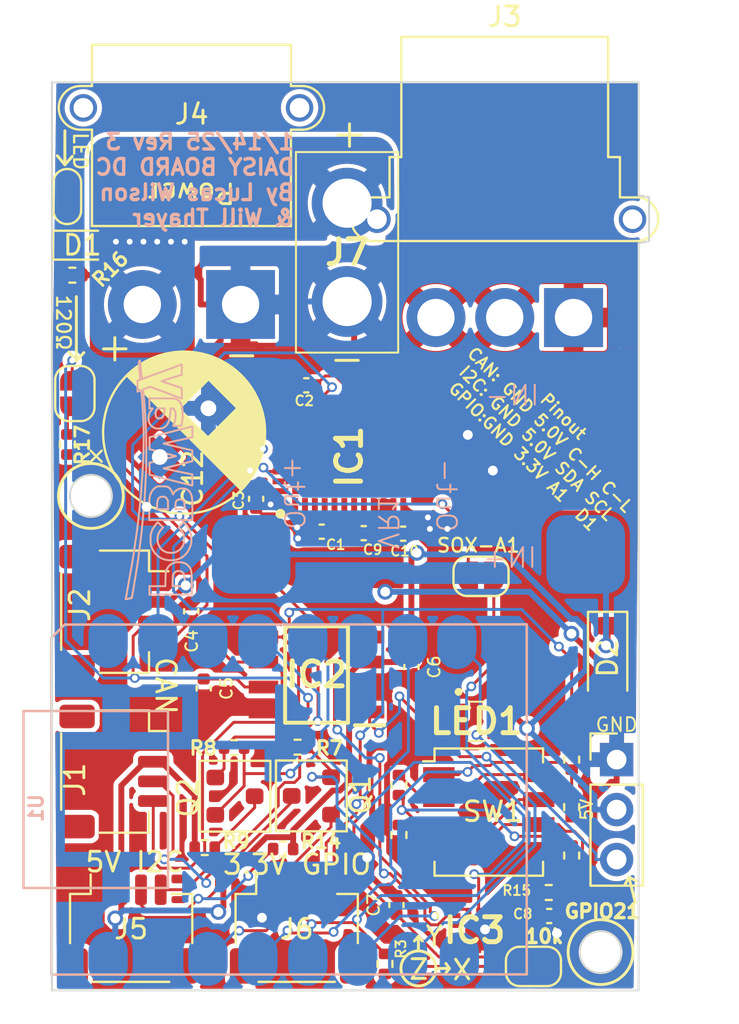
<source format=kicad_pcb>
(kicad_pcb (version 20240108) (generator "pcbnew") (generator_version "8.0")
  (layers (0 "F.Cu" signal) (31 "B.Cu" signal) (34 "B.Paste" user) (35 "F.Paste" user) (36 "B.SilkS" user "B.Silkscreen") (37 "F.SilkS" user "F.Silkscreen") (38 "B.Mask" user) (39 "F.Mask" user) (44 "Edge.Cuts" user))
  (net 0 "")
  (net 1 "GND")
  (net 4 "+24V")
  (net 6 "+5V")
  (net 8 "PDN_UART")
  (net 9 "CANH")
  (net 10 "CANL")
  (net 11 "CANTX")
  (net 12 "+3.3V")
  (net 13 "CANRX")
  (net 14 "Net-(R1-Pad1)")
  (net 15 "DipV")
  (net 16 "ENN")
  (net 17 "STEP")
  (net 18 "Net-(R10-Pad1)")
  (net 19 "Net-(R11-Pad1)")
  (net 20 "GPIO_1")
  (net 21 "GPIO_A")
  (net 22 "SDA")
  (net 23 "SCL")
  (net 24 "GPIO_2")
  (net 25 "/SCL5")
  (net 26 "/SDA5")
  (net 29 "Net-(IC3-CS)")
  (net 35 "Net-(D1-K)")
  (net 36 "Net-(JP1-A)")
  (net 38 "Net-(D2-K)")
  (net 39 "Net-(JP2-A)")
  (net 40 "DIR")
  (net 41 "Net-(U1-GPIO7_SS)")
  (net 44 "Net-(JP4-B)")
  (net 53 "Net-(IC1-CPH)")
  (net 54 "Net-(IC1-CPL)")
  (net 55 "Net-(IC1-AVDD)")
  (net 56 "Net-(IC1-DVDD)")
  (net 57 "Net-(IC1-CP)")
  (net 58 "OUTB")
  (net 59 "OUTA")
  (net 60 "FG")
  (net 61 "BRAKE")
  (net 62 "SPEED{slash}WAKE")
  (net 63 "OUTC")
  (net 64 "Net-(IC1-SOX)")
  (net 65 "DRVOFF")
  (footprint "Connector_AMASS:AMASS_MR30PW-FB_1x03_P3.50mm_Horizontal" (layer "F.Cu") (at 103.853 66.2902)
    (property "Reference" "J3")
    (property "Value" "Conn_01x03_Pin")
  )
  (footprint "Library:Xt30 Horizontal" (layer "F.Cu") (at 86.916 65.626)
    (property "Reference" "J4")
    (property "Value" "XT30PB")
  )
  (footprint "Resistor_SMD:R_0402_1005Metric" (layer "F.Cu") (at 103.759 88.771 -90)
    (property "Reference" "R13" (hide yes))
    (property "Value" "10k")
  )
  (footprint "Connector_JST:JST_SH_SM04B-SRSS-TB_1x04-1MP_P1.00mm_Horizontal" (layer "F.Cu") (at 81.3502 97.3882)
    (property "Reference" "J5")
    (property "Value" "SM04B-SRSS-TB")
  )
  (footprint "Resistor_SMD:R_0402_1005Metric" (layer "F.Cu") (at 85.092 93.2434 180)
    (property "Reference" "R9")
    (property "Value" "10k")
  )
  (footprint "Resistor_SMD:R_0402_1005Metric" (layer "F.Cu") (at 103.759 93.6518 90)
    (property "Reference" "R11" (hide yes))
    (property "Value" "4.7k")
  )
  (footprint "Connector_PinHeader_2.54mm:PinHeader_1x03_P2.54mm_Vertical" (layer "F.Cu") (at 106.045 88.773)
    (property "Reference" "J8" (hide yes))
    (property "Value" "Conn_01x03_Pin")
  )
  (footprint "PCM_Package_TO_SOT_SMD_AKL:SOT-23" (layer "F.Cu") (at 86.63 90.6322)
    (property "Reference" "Q2")
    (property "Value" "BSS138" (hide yes))
  )
  (footprint "Capacitor_SMD:C_0402_1005Metric" (layer "F.Cu") (at 87.7062 75.5116 90)
    (property "Reference" "C3")
    (property "Value" "1uF 50V")
  )
  (footprint "CutomParts:Jumper Connected 2 Pin Small" (layer "F.Cu") (at 78.105 60.198 -90)
    (property "Reference" "JP2" (hide yes))
    (property "Value" "SolderJumper_2_Open")
  )
  (footprint "Resistor_SMD:R_0402_1005Metric" (layer "F.Cu") (at 78.105 72.7456 90)
    (property "Reference" "R17")
    (property "Value" "120")
  )
  (footprint "SamacSys_Parts:LSM6DS3USTR" (layer "F.Cu") (at 99.0266 97.4574)
    (property "Reference" "IC3")
    (property "Value" "LSM6DS3TR-C" (hide yes))
  )
  (footprint "Resistor_SMD:R_0402_1005Metric" (layer "F.Cu") (at 89.0798 93.3196)
    (property "Reference" "R14")
    (property "Value" "10k")
  )
  (footprint "Connector_JST:JST_SH_SM04B-SRSS-TB_1x04-1MP_P1.00mm_Horizontal" (layer "F.Cu") (at 80.4738 81.25 -90)
    (property "Reference" "J2")
    (property "Value" "SM04B-SRSS-TB")
  )
  (footprint "Resistor_SMD:R_0402_1005Metric" (layer "F.Cu") (at 78.357 64.135 180)
    (property "Reference" "R16")
    (property "Value" "1.5k")
  )
  (footprint "LED_SMD:LED_0603_1608Metric" (layer "F.Cu") (at 78.8671 62.611)
    (property "Reference" "D1")
    (property "Value" "KT-0603R")
  )
  (footprint "Capacitor_THT:CP_Radial_D8.0mm_P3.50mm" (layer "F.Cu") (at 82.804 73.3806 45)
    (property "Reference" "C12")
    (property "Value" "100uF")
  )
  (footprint "JST_Sorted:XT30PB" (layer "F.Cu") (at 92.3326 65.4744 180)
    (property "Reference" "J7")
    (property "Value" "XT30PB" (hide yes))
  )
  (footprint "Resistor_SMD:R_0402_1005Metric" (layer "F.Cu") (at 103.759 91.186 90)
    (property "Reference" "R1" (hide yes))
    (property "Value" "22k")
  )
  (footprint "Capacitor_SMD:C_0402_1005Metric" (layer "F.Cu") (at 90.2582 69.7376 180)
    (property "Reference" "C2")
    (property "Value" "1uF 50V")
  )
  (footprint "Resistor_SMD:R_0402_1005Metric" (layer "F.Cu") (at 86.5866 88.1634 180)
    (property "Reference" "R8")
    (property "Value" "10k")
  )
  (footprint "PCM_Package_TO_SOT_SMD_AKL:SOT-23" (layer "F.Cu") (at 90.5162 90.617 180)
    (property "Reference" "Q1")
    (property "Value" "BSS138" (hide yes))
  )
  (footprint "SamacSys_Parts:SOIC127P600X175-8N" (layer "F.Cu") (at 90.7796 84.4448 180)
    (property "Reference" "IC2")
    (property "Value" "TJA1050T_CM" (hide yes))
  )
  (footprint "Capacitor_SMD:C_0402_1005Metric" (layer "F.Cu") (at 94.8436 96.1644 90)
    (property "Reference" "C7")
    (property "Value" "100nF 50V")
  )
  (footprint "Capacitor_SMD:C_0402_1005Metric" (layer "F.Cu") (at 102.616 96.7232)
    (property "Reference" "C8")
    (property "Value" "100nF 50V")
  )
  (footprint "Jumper:SolderJumper-2_P1.3mm_Open_RoundedPad1.0x1.5mm" (layer "F.Cu") (at 99.1466 79.4512)
    (property "Reference" "JP3" (hide yes))
    (property "Value" "SolderJumper_2_Open")
  )
  (footprint "Capacitor_SMD:C_0402_1005Metric" (layer "F.Cu") (at 93.1792 77.256)
    (property "Reference" "C9")
    (property "Value" "1uF 50V")
  )
  (footprint "Resistor_SMD:R_0402_1005Metric" (layer "F.Cu") (at 94.2594 99.1616 90)
    (property "Reference" "R3")
    (property "Value" "10k 1%")
  )
  (footprint "Resistor_SMD:R_0402_1005Metric" (layer "F.Cu") (at 94.9706 92.6064 90)
    (property "Reference" "R12" (hide yes))
    (property "Value" "2.2k")
  )
  (footprint "Jumper:SolderJumper-2_P1.3mm_Open_RoundedPad1.0x1.5mm" (layer "F.Cu") (at 78.486 70.1548 90)
    (property "Reference" "JP1" (hide yes))
    (property "Value" "SolderJumper_2_Open")
  )
  (footprint "Resistor_SMD:R_0402_1005Metric" (layer "F.Cu") (at 89.8144 88.138 180)
    (property "Reference" "R7")
    (property "Value" "10k")
  )
  (footprint "Capacitor_SMD:C_0402_1005Metric" (layer "F.Cu") (at 84.4042 81.2292 -90)
    (property "Reference" "C4")
    (property "Value" "30pF")
  )
  (footprint "Capacitor_SMD:C_0402_1005Metric" (layer "F.Cu") (at 95.6056 84.0638 -90)
    (property "Reference" "C6")
    (property "Value" "100nF 50V")
  )
  (footprint "Connector_JST:JST_SH_SM04B-SRSS-TB_1x04-1MP_P1.00mm_Horizontal" (layer "F.Cu") (at 80.4738 89.378 -90)
    (property "Reference" "J1")
    (property "Value" "SM04B-SRSS-TB")
  )
  (footprint "Resistor_SMD:R_0402_1005Metric" (layer "F.Cu") (at 102.5906 95.5294 180)
    (property "Reference" "R15")
    (property "Value" "10k")
  )
  (footprint "Capacitor_SMD:C_0402_1005Metric" (layer "F.Cu") (at 95.1884 77.2814)
    (property "Reference" "C10")
    (property "Value" "100nF 50V")
  )
  (footprint "Capacitor_SMD:C_0402_1005Metric" (layer "F.Cu") (at 85.0392 85.151 -90)
    (property "Reference" "C5")
    (property "Value" "30pF")
  )
  (footprint "Connector_JST:JST_SH_SM04B-SRSS-TB_1x04-1MP_P1.00mm_Horizontal" (layer "F.Cu") (at 89.7696 97.3882)
    (property "Reference" "J6")
    (property "Value" "SM04B-SRSS-TB")
  )
  (footprint "Resistor_SMD:R_0402_1005Metric" (layer "F.Cu") (at 94.9706 90.0644 90)
    (property "Reference" "R10" (hide yes))
    (property "Value" "10k")
  )
  (footprint "SamacSys_Parts:QFN50P500X700X100-41N-D" (layer "F.Cu") (at 92.4426 73.3698 90)
    (property "Reference" "IC1")
    (property "Value" "MCF8316A1VRGFR" (hide yes))
  )
  (footprint "Jumper:SolderJumper-2_P1.3mm_Open_RoundedPad1.0x1.5mm" (layer "F.Cu") (at 101.8136 99.2886 180)
    (property "Reference" "JP4" (hide yes))
    (property "Value" "SolderJumper_2_Open")
  )
  (footprint "Capacitor_SMD:C_0402_1005Metric" (layer "F.Cu") (at 91.0456 77.1798)
    (property "Reference" "C1")
    (property "Value" "47nF 50V")
  )
  (footprint "Button_Switch_SMD:SW_DIP_SPSTx04_Slide_Copal_CHS-04A_W5.08mm_P1.27mm_JPin" (layer "F.Cu") (at 99.5426 91.44)
    (property "Reference" "SW1")
    (property "Value" "DSHP04TJGER")
  )
  (footprint "SamacSys_Parts:WS2812C2020" (layer "F.Cu") (at 98.907 86.826 180)
    (property "Reference" "LED1")
    (property "Value" "WS2812C-2020" (hide yes))
  )
  (footprint "Diode_SMD:D_SOD-123" (layer "F.Cu") (at 105.5878 83.6158 -90)
    (property "Reference" "D2")
    (property "Value" "SS34")
  )
  (footprint "Library:EY9 reg board" (layer "B.Cu") (at 95.8342 73.8886 180)
    (property "Reference" "VR1")
    (property "Value" "~")
  )
  (footprint "Arduino:ESP32-C3 16 Pin Super Mini" (layer "B.Cu") (at 98.2964 81.9039 -90)
    (property "Reference" "U1")
    (property "Value" "MOUDLE-SEEEDUINO-XIAO-ESP32C3")
  )
  (gr_line (start 84.408884 77.613086) (end 84.408144 77.54313) (stroke (width 0.1)) (layer "B.SilkS"))
  (gr_line (start 83.740404 74.119563) (end 83.464663 74.06249) (stroke (width 0.1)) (layer "B.SilkS"))
  (gr_arc (start 82.320998 71.079145) (mid 82.338824 71.049612) (end 82.358108 71.021009) (stroke (width 0.1)) (layer "B.SilkS"))
  (gr_line (start 81.427992 80.298806) (end 81.449861 80.17965) (stroke (width 0.1)) (layer "B.SilkS"))
  (gr_line (start 82.884544 69.056389) (end 81.914386 69.414148) (stroke (width 0.1)) (layer "B.SilkS"))
  (gr_line (start 82.134917 69.876039) (end 82.242271 69.834944) (stroke (width 0.1)) (layer "B.SilkS"))
  (gr_line (start 84.117678 76.7908) (end 84.046665 76.710954) (stroke (width 0.1)) (layer "B.SilkS"))
  (gr_line (start 81.449861 80.17965) (end 81.687586 78.727408) (stroke (width 0.1)) (layer "B.SilkS"))
  (gr_arc (start 82.836688 78.011278) (mid 82.801902 77.960099) (end 82.772059 77.905888) (stroke (width 0.1)) (layer "B.SilkS"))
  (gr_line (start 82.279077 80.16441) (end 82.279077 80.37777) (stroke (width 0.1)) (layer "B.SilkS"))
  (gr_arc (start 81.075113 80.609752) (mid 81.073805 80.607595) (end 81.073617 80.605075) (stroke (width 0.1)) (layer "B.SilkS"))
  (gr_line (start 81.93312 70.86801) (end 81.973568 71.617178) (stroke (width 0.1)) (layer "B.SilkS"))
  (gr_arc (start 83.833289 75.539225) (mid 83.869948 75.541582) (end 83.905958 75.548848) (stroke (width 0.1)) (layer "B.SilkS"))
  (gr_arc (start 83.495796 79.349118) (mid 83.512154 79.317931) (end 83.531908 79.288775) (stroke (width 0.1)) (layer "B.SilkS"))
  (gr_line (start 82.344372 77.345169) (end 82.338826 77.399527) (stroke (width 0.1)) (layer "B.SilkS"))
  (gr_line (start 81.749236 68.706855) (end 81.781752 69.099675) (stroke (width 0.1)) (layer "B.SilkS"))
  (gr_line (start 83.774948 72.001561) (end 83.361117 72.106108) (stroke (width 0.1)) (layer "B.SilkS"))
  (gr_line (start 81.787802 69.460776) (end 81.765996 69.469241) (stroke (width 0.1)) (layer "B.SilkS"))
  (gr_line (start 83.460143 79.69451) (end 83.465018 79.524764) (stroke (width 0.1)) (layer "B.SilkS"))
  (gr_line (start 82.284156 74.285068) (end 83.361117 74.557636) (stroke (width 0.1)) (layer "B.SilkS"))
  (gr_line (start 83.033157 72.689915) (end 83.221036 72.648875) (stroke (width 0.1)) (layer "B.SilkS"))
  (gr_line (start 84.43007 79.499995) (end 84.422473 79.360101) (stroke (width 0.1)) (layer "B.SilkS"))
  (gr_arc (start 84.440622 71.834632) (mid 84.445662 71.83369) (end 84.450777 71.833331) (stroke (width 0.1)) (layer "B.SilkS"))
  (gr_line (start 84.346259 72.406241) (end 84.394897 72.395556) (stroke (width 0.1)) (layer "B.SilkS"))
  (gr_line (start 83.361117 74.557636) (end 83.774959 74.662147) (stroke (width 0.1)) (layer "B.SilkS"))
  (gr_arc (start 82.824235 75.428063) (mid 82.87563 75.410347) (end 82.929316 75.401796) (stroke (width 0.1)) (layer "B.SilkS"))
  (gr_line (start 83.221036 72.648875) (end 83.432728 72.602904) (stroke (width 0.1)) (layer "B.SilkS"))
  (gr_arc (start 82.653397 70.970489) (mid 82.661729 70.957098) (end 82.670889 70.944259) (stroke (width 0.1)) (layer "B.SilkS"))
  (gr_line (start 83.423887 73.282421) (end 83.617779 73.334192) (stroke (width 0.1)) (layer "B.SilkS"))
  (gr_arc (start 83.597933 70.424344) (mid 83.640903 70.438646) (end 83.681889 70.457909) (stroke (width 0.1)) (layer "B.SilkS"))
  (gr_line (start 83.693823 70.32618) (end 83.918439 70.410259) (stroke (width 0.1)) (layer "B.SilkS"))
  (gr_arc (start 82.927654 71.919596) (mid 82.888689 71.928796) (end 82.849034 71.934306) (stroke (width 0.1)) (layer "B.SilkS"))
  (gr_arc (start 81.372669 80.550446) (mid 81.369057 80.553229) (end 81.364779 80.554813) (stroke (width 0.1)) (layer "B.SilkS"))
  (gr_line (start 83.924738 70.245389) (end 83.924997 70.142508) (stroke (width 0.1)) (layer "B.SilkS"))
  (gr_line (start 82.384307 75.160363) (end 82.35223 75.228067) (stroke (width 0.1)) (layer "B.SilkS"))
  (gr_line (start 81.828575 75.537069) (end 81.659439 77.052332) (stroke (width 0.1)) (layer "B.SilkS"))
  (gr_line (start 82.896702 70.40065) (end 82.279077 70.40065) (stroke (width 0.1)) (layer "B.SilkS"))
  (gr_line (start 83.42392 73.389722) (end 83.208293 73.444964) (stroke (width 0.1)) (layer "B.SilkS"))
  (gr_line (start 81.098842 80.458434) (end 81.085116 80.536363) (stroke (width 0.1)) (layer "B.SilkS"))
  (gr_line (start 81.085116 80.536363) (end 81.073617 80.605075) (stroke (width 0.1)) (layer "B.SilkS"))
  (gr_line (start 84.064465 75.87943) (end 84.069665 76.03945) (stroke (width 0.1)) (layer "B.SilkS"))
  (gr_arc (start 83.236611 78.969614) (mid 83.28276 78.916051) (end 83.335048 78.868464) (stroke (width 0.1)) (layer "B.SilkS"))
  (gr_arc (start 83.593449 78.7469) (mid 83.642646 78.738145) (end 83.692391 78.733416) (stroke (width 0.1)) (layer "B.SilkS"))
  (gr_line (start 84.052356 78.778198) (end 84.043849 78.775052) (stroke (width 0.1)) (layer "B.SilkS"))
  (gr_line (start 83.183301 75.535823) (end 83.218877 75.605564) (stroke (width 0.1)) (layer "B.SilkS"))
  (gr_arc (start 83.73797 75.025046) (mid 83.783846 75.00682) (end 83.831517 74.994003) (stroke (width 0.1)) (layer "B.SilkS"))
  (gr_arc (start 82.594109 71.102529) (mid 82.597423 71.087699) (end 82.601973 71.0732) (stroke (width 0.1)) (layer "B.SilkS"))
  (gr_line (start 84.057324 75.755142) (end 84.06161 75.81535) (stroke (width 0.1)) (layer "B.SilkS"))
  (gr_line (start 83.599877 75.887431) (end 83.600685 75.804178) (stroke (width 0.1)) (layer "B.SilkS"))
  (gr_line (start 83.222428 75.822507) (end 83.225978 76.03945) (stroke (width 0.1)) (layer "B.SilkS"))
  (gr_line (start 84.455606 75.606512) (end 84.447685 75.502158) (stroke (width 0.1)) (layer "B.SilkS"))
  (gr_line (start 82.118615 73.152598) (end 82.116225 72.525783) (stroke (width 0.1)) (layer "B.SilkS"))
  (gr_line (start 84.125498 74.750167) (end 84.440602 74.828986) (stroke (width 0.1)) (layer "B.SilkS"))
  (gr_line (start 83.36193 70.90357) (end 83.406857 70.906537) (stroke (width 0.1)) (layer "B.SilkS"))
  (gr_arc (start 83.996245 77.285071) (mid 84.019901 77.352947) (end 84.036372 77.422914) (stroke (width 0.1)) (layer "B.SilkS"))
  (gr_line (start 84.400446 77.376903) (end 84.394979 77.335775) (stroke (width 0.1)) (layer "B.SilkS"))
  (gr_arc (start 83.907217 68.678209) (mid 83.913457 68.678501) (end 83.917435 68.683297) (stroke (width 0.1)) (layer "B.SilkS"))
  (gr_line (start 83.205525 69.425608) (end 83.521323 69.325089) (stroke (width 0.1)) (layer "B.SilkS"))
  (gr_arc (start 83.501281 71.769709) (mid 83.503436 71.758681) (end 83.506403 71.747844) (stroke (width 0.1)) (layer "B.SilkS"))
  (gr_line (start 83.75973 79.951049) (end 83.455609 79.951049) (stroke (width 0.1)) (layer "B.SilkS"))
  (gr_arc (start 83.610016 71.233417) (mid 83.611814 71.303142) (end 83.608169 71.372795) (stroke (width 0.1)) (layer "B.SilkS"))
  (gr_line (start 83.770346 76.953572) (end 83.820818 77.012212) (stroke (width 0.1)) (layer "B.SilkS"))
  (gr_arc (start 82.707737 77.738673) (mid 82.700143 77.69978) (end 82.695489 77.660427) (stroke (width 0.1)) (layer "B.SilkS"))
  (gr_arc (start 84.077019 79.928648) (mid 84.075406 79.937114) (end 84.070624 79.944277) (stroke (width 0.1)) (layer "B.SilkS"))
  (gr_arc (start 83.502181 70.408114) (mid 83.55044 70.413968) (end 83.597933 70.424344) (stroke (width 0.1)) (layer "B.SilkS"))
  (gr_line (start 82.919157 74.876382) (end 82.690558 74.87613) (stroke (width 0.1)) (layer "B.SilkS"))
  (gr_arc (start 84.202004 75.041133) (mid 84.239653 75.065067) (end 84.273727 75.093864) (stroke (width 0.1)) (layer "B.SilkS"))
  (gr_arc (start 83.807821 70.557797) (mid 83.825636 70.58051) (end 83.842271 70.604101) (stroke (width 0.1)) (layer "B.SilkS"))
  (gr_line (start 82.107443 72.13293) (end 82.087084 71.66171) (stroke (width 0.1)) (layer "B.SilkS"))
  (gr_line (start 83.525974 71.685815) (end 83.51442 71.721021) (stroke (width 0.1)) (layer "B.SilkS"))
  (gr_line (start 83.977394 76.737115) (end 83.93596 76.77809) (stroke (width 0.1)) (layer "B.SilkS"))
  (gr_arc (start 83.595739 71.458223) (mid 83.585533 71.503469) (end 83.573152 71.548169) (stroke (width 0.1)) (layer "B.SilkS"))
  (gr_line (start 83.468442 75.263271) (end 83.462818 75.247687) (stroke (width 0.1)) (layer "B.SilkS"))
  (gr_arc (start 81.673718 70.054945) (mid 81.672828 70.055125) (end 81.671924 70.05521) (stroke (width 0.1)) (layer "B.SilkS"))
  (gr_line (start 82.694721 77.640653) (end 82.691721 77.56345) (stroke (width 0.1)) (layer "B.SilkS"))
  (gr_arc (start 83.731488 70.488214) (mid 83.752391 70.503568) (end 83.772159 70.520358) (stroke (width 0.1)) (layer "B.SilkS"))
  (gr_line (start 82.906502 69.522068) (end 83.205525 69.425608) (stroke (width 0.1)) (layer "B.SilkS"))
  (gr_line (start 81.740542 69.47886) (end 81.674558 69.503532) (stroke (width 0.1)) (layer "B.SilkS"))
  (gr_line (start 84.077046 79.928648) (end 84.077019 79.928648) (stroke (width 0.1)) (layer "B.SilkS"))
  (gr_arc (start 83.599975 71.124928) (mid 83.605319 71.15971) (end 83.608617 71.194745) (stroke (width 0.1)) (layer "B.SilkS"))
  (gr_line (start 83.464663 74.06249) (end 83.231477 74.013418) (stroke (width 0.1)) (layer "B.SilkS"))
  (gr_line (start 82.952155 73.50961) (end 82.284157 73.67725) (stroke (width 0.1)) (layer "B.SilkS"))
  (gr_arc (start 83.539392 78.239865) (mid 83.495426 78.248754) (end 83.450794 78.253224) (stroke (width 0.1)) (layer "B.SilkS"))
  (gr_arc (start 82.348294 77.818618) (mid 82.341393 77.774852) (end 82.33858 77.730635) (stroke (width 0.1)) (layer "B.SilkS"))
  (gr_line (start 83.218877 75.605564) (end 83.222428 75.822507) (stroke (width 0.1)) (layer "B.SilkS"))
  (gr_line (start 84.461957 74.69338) (end 84.461098 74.548823) (stroke (width 0.1)) (layer "B.SilkS"))
  (gr_line (start 82.429573 70.932697) (end 82.416305 70.949111) (stroke (width 0.1)) (layer "B.SilkS"))
  (gr_arc (start 83.580656 79.240085) (mid 83.597092 79.226623) (end 83.614654 79.214668) (stroke (width 0.1)) (layer "B.SilkS"))
  (gr_arc (start 83.936076 70.827509) (mid 83.955571 70.936919) (end 83.96385 71.047743) (stroke (width 0.1)) (layer "B.SilkS"))
  (gr_line (start 81.392281 80.49403) (end 81.408632 80.404533) (stroke (width 0.1)) (layer "B.SilkS"))
  (gr_line (start 84.461631 75.810258) (end 84.455606 75.606512) (stroke (width 0.1)) (layer "B.SilkS"))
  (gr_line (start 83.225243 73.907787) (end 83.458499 73.847764) (stroke (width 0.1)) (layer "B.SilkS"))
  (gr_arc (start 83.89791 70.708273) (mid 83.919458 70.767102) (end 83.936076 70.827509) (stroke (width 0.1)) (layer "B.SilkS"))
  (gr_line (start 83.548147 79.269945) (end 83.569873 79.2491) (stroke (width 0.1)) (layer "B.SilkS"))
  (gr_arc (start 83.700223 75.575396) (mid 83.729242 75.559428) (end 83.760524 75.548538) (stroke (width 0.1)) (layer "B.SilkS"))
  (gr_line (start 82.335681 77.57869) (end 82.336939 77.700365) (stroke (width 0.1)) (layer "B.SilkS"))
  (gr_line (start 83.970576 71.310605) (end 83.971216 71.233548) (stroke (width 0.1)) (layer "B.SilkS"))
  (gr_line (start 84.458397 73.048321) (end 83.747197 72.879508) (stroke (width 0.1)) (layer "B.SilkS"))
  (gr_arc (start 83.161681 79.09452) (mid 83.195692 79.029994) (end 83.236611 78.969614) (stroke (width 0.1)) (layer "B.SilkS"))
  (gr_line (start 84.407964 77.72862) (end 84.408737 77.676162) (stroke (width 0.1)) (layer "B.SilkS"))
  (gr_arc (start 84.121183 78.808916) (mid 84.13324 78.815266) (end 84.144978 78.822188) (stroke (width 0.1)) (layer "B.SilkS"))
  (gr_line (start 82.440354 70.918589) (end 82.429573 70.932697) (stroke (width 0.1)) (layer "B.SilkS"))
  (gr_arc (start 84.013431 77.808473) (mid 83.998229 77.8464) (end 83.981085 77.88349) (stroke (width 0.1)) (layer "B.SilkS"))
  (gr_line (start 83.694894 71.80273) (end 83.893734 71.80273) (stroke (width 0.1)) (layer "B.SilkS"))
  (gr_line (start 83.462818 75.247687) (end 83.457334 75.229156) (stroke (width 0.1)) (layer "B.SilkS"))
  (gr_line (start 83.050094 70.94167) (end 83.048882 70.960472) (stroke (width 0.1)) (layer "B.SilkS"))
  (gr_line (start 83.51442 71.721021) (end 83.506403 71.747844) (stroke (width 0.1)) (layer "B.SilkS"))
  (gr_line (start 82.33858 77.730635) (end 82.340498 77.76601) (stroke (width 0.1)) (layer "B.SilkS"))
  (gr_line (start 82.279077 80.37777) (end 83.356037 80.37777) (stroke (width 0.1)) (layer "B.SilkS"))
  (gr_arc (start 83.609708 75.716237) (mid 83.614373 75.698453) (end 83.620226 75.681024) (stroke (width 0.1)) (layer "B.SilkS"))
  (gr_line (start 83.922867 70.409485) (end 83.923937 70.331996) (stroke (width 0.1)) (layer "B.SilkS"))
  (gr_line (start 83.416943 69.704572) (end 83.221832 69.639014) (stroke (width 0.1)) (layer "B.SilkS"))
  (gr_arc (start 83.677231 78.188693) (mid 83.60967 78.217938) (end 83.539392 78.239865) (stroke (width 0.1)) (layer "B.SilkS"))
  (gr_line (start 83.151767 70.12271) (end 83.445743 70.233178) (stroke (width 0.1)) (layer "B.SilkS"))
  (gr_arc (start 83.531908 79.288775) (mid 83.539745 79.279117) (end 83.548147 79.269945) (stroke (width 0.1)) (layer "B.SilkS"))
  (gr_arc (start 84.260873 78.920604) (mid 84.288657 78.950792) (end 84.31507 78.982187) (stroke (width 0.1)) (layer "B.SilkS"))
  (gr_line (start 82.116225 72.525783) (end 82.107443 72.13293) (stroke (width 0.1)) (layer "B.SilkS"))
  (gr_line (start 81.743409 68.606378) (end 81.749236 68.706855) (stroke (width 0.1)) (layer "B.SilkS"))
  (gr_arc (start 83.096147 71.827754) (mid 83.057434 71.857619) (end 83.015841 71.883322) (stroke (width 0.1)) (layer "B.SilkS"))
  (gr_arc (start 82.707521 76.71001) (mid 82.711139 76.710651) (end 82.714271 76.712564) (stroke (width 0.1)) (layer "B.SilkS"))
  (gr_arc (start 82.849034 71.934306) (mid 82.799403 71.937602) (end 82.74967 71.938442) (stroke (width 0.1)) (layer "B.SilkS"))
  (gr_line (start 82.284157 72.682076) (end 82.284157 72.985388) (stroke (width 0.1)) (layer "B.SilkS"))
  (gr_arc (start 83.922867 70.409485) (mid 83.922367 70.410399) (end 83.921388 70.410809) (stroke (width 0.1)) (layer "B.SilkS"))
  (gr_line (start 81.408632 80.404533) (end 81.427992 80.298806) (stroke (width 0.1)) (layer "B.SilkS"))
  (gr_line (start 82.349105 77.822039) (end 82.363497 77.882765) (stroke (width 0.1)) (layer "B.SilkS"))
  (gr_line (start 82.270531 75.797588) (end 82.268918 76.111647) (stroke (width 0.1)) (layer "B.SilkS"))
  (gr_arc (start 81.081923 80.611989) (mid 81.078242 80.611695) (end 81.075113 80.609752) (stroke (width 0.1)) (layer "B.SilkS"))
  (gr_line (start 81.959031 69.944339) (end 82.134917 69.876039) (stroke (width 0.1)) (layer "B.SilkS"))
  (gr_arc (start 82.74967 71.938442) (mid 82.700423 71.936834) (end 82.651316 71.932795) (stroke (width 0.1)) (layer "B.SilkS"))
  (gr_arc (start 83.969182 75.577539) (mid 83.995314 75.598184) (end 84.017619 75.622914) (stroke (width 0.1)) (layer "B.SilkS"))
  (gr_line (start 84.463477 72.380221) (end 84.463477 72.106716) (stroke (width 0.1)) (layer "B.SilkS"))
  (gr_arc (start 83.772159 70.520358) (mid 83.79065 70.538449) (end 83.807821 70.557797) (stroke (width 0.1)) (layer "B.SilkS"))
  (gr_arc (start 82.289356 71.141693) (mid 82.304405 71.110028) (end 82.320998 71.079145) (stroke (width 0.1)) (layer "B.SilkS"))
  (gr_line (start 83.501281 71.769709) (end 83.496054 71.80273) (stroke (width 0.1)) (layer "B.SilkS"))
  (gr_line (start 84.067722 79.557511) (end 84.074038 79.692098) (stroke (width 0.1)) (layer "B.SilkS"))
  (gr_arc (start 83.48025 75.275651) (mid 83.4787 75.276945) (end 83.476737 75.27744) (stroke (width 0.1)) (layer "B.SilkS"))
  (gr_line (start 83.089226 79.951049) (end 82.684152 79.95105) (stroke (width 0.1)) (layer "B.SilkS"))
  (gr_arc (start 82.904448 69.527747) (mid 82.90407 69.524386) (end 82.906502 69.522068) (stroke (width 0.1)) (layer "B.SilkS"))
  (gr_arc (start 83.033132 72.708749) (mid 83.026907 72.707042) (end 83.0208 72.704954) (stroke (width 0.1)) (layer "B.SilkS"))
  (gr_line (start 83.834772 76.03945) (end 83.599876 76.03945) (stroke (width 0.1)) (layer "B.SilkS"))
  (gr_arc (start 83.015841 71.883322) (mid 82.972758 71.903915) (end 82.927654 71.919596) (stroke (width 0.1)) (layer "B.SilkS"))
  (gr_line (start 83.521323 69.325089) (end 83.861497 69.219271) (stroke (width 0.1)) (layer "B.SilkS"))
  (gr_arc (start 83.335048 78.868464) (mid 83.39277 78.827486) (end 83.455013 78.79377) (stroke (width 0.1)) (layer "B.SilkS"))
  (gr_arc (start 83.737519 79.184346) (mid 83.786251 79.184364) (end 83.834885 79.187438) (stroke (width 0.1)) (layer "B.SilkS"))
  (gr_arc (start 84.014946 79.310322) (mid 84.029997 79.337905) (end 84.041357 79.367202) (stroke (width 0.1)) (layer "B.SilkS"))
  (gr_arc (start 83.221078 78.242701) (mid 83.177103 78.234172) (end 83.134197 78.221299) (stroke (width 0.1)) (layer "B.SilkS"))
  (gr_arc (start 82.694721 77.640653) (mid 82.692512 77.527051) (end 82.704082 77.414019) (stroke (width 0.1)) (layer "B.SilkS"))
  (gr_line (start 83.903739 71.76463) (end 83.918453 71.700611) (stroke (width 0.1)) (layer "B.SilkS"))
  (gr_arc (start 83.569329 75.147405) (mid 83.606772 75.11094) (end 83.647545 75.078241) (stroke (width 0.1)) (layer "B.SilkS"))
  (gr_arc (start 82.787077 71.421411) (mid 82.742007 71.418064) (end 82.698026 71.407665) (stroke (width 0.1)) (layer "B.SilkS"))
  (gr_line (start 82.107282 74.17001) (end 82.116133 73.779151) (stroke (width 0.1)) (layer "B.SilkS"))
  (gr_line (start 84.013297 76.703233) (end 83.977394 76.737115) (stroke (width 0.1)) (layer "B.SilkS"))
  (gr_arc (start 82.300524 71.694837) (mid 82.273043 71.641021) (end 82.252232 71.584291) (stroke (width 0.1)) (layer "B.SilkS"))
  (gr_line (start 82.687515 76.719031) (end 82.68754 76.719052) (stroke (width 0.1)) (layer "B.SilkS"))
  (gr_line (start 84.457881 74.82445) (end 84.460616 74.772785) (stroke (width 0.1)) (layer "B.SilkS"))
  (gr_arc (start 83.692391 78.733416) (mid 83.75162 78.731676) (end 83.810862 78.73285) (stroke (width 0.1)) (layer "B.SilkS"))
  (gr_line (start 83.045438 70.994864) (end 83.040949 71.035031) (stroke (width 0.1)) (layer "B.SilkS"))
  (gr_line (start 83.93596 76.77809) (end 83.889366 76.826712) (stroke (width 0.1)) (layer "B.SilkS"))
  (gr_arc (start 82.233537 71.398762) (mid 82.236557 71.346738) (end 82.24254 71.294971) (stroke (width 0.1)) (layer "B.SilkS"))
  (gr_line (start 83.968603 71.378563) (end 83.970576 71.310605) (stroke (width 0.1)) (layer "B.SilkS"))
  (gr_arc (start 82.704082 77.414019) (mid 82.71864 77.348387) (end 82.740376 77.28477) (stroke (width 0.1)) (layer "B.SilkS"))
  (gr_arc (start 81.379262 80.541668) (mid 81.376197 80.546231) (end 81.372669 80.550446) (stroke (width 0.1)) (layer "B.SilkS"))
  (gr_line (start 84.43291 79.90787) (end 84.43007 79.499995) (stroke (width 0.1)) (layer "B.SilkS"))
  (gr_line (start 81.659439 77.052332) (end 81.424345 78.644844) (stroke (width 0.1)) (layer "B.SilkS"))
  (gr_arc (start 84.188286 76.87741) (mid 84.238614 76.949218) (end 84.28245 77.025163) (stroke (width 0.1)) (layer "B.SilkS"))
  (gr_arc (start 84.338356 75.169898) (mid 84.366764 75.214983) (end 84.390949 75.262467) (stroke (width 0.1)) (layer "B.SilkS"))
  (gr_arc (start 83.831517 74.994003) (mid 83.878939 74.986273) (end 83.926853 74.982695) (stroke (width 0.1)) (layer "B.SilkS"))
  (gr_arc (start 84.394296 79.149451) (mid 84.414669 79.253935) (end 84.422473 79.360101) (stroke (width 0.1)) (layer "B.SilkS"))
  (gr_line (start 82.087084 71.66171) (end 82.06161 71.210262) (stroke (width 0.1)) (layer "B.SilkS"))
  (gr_line (start 83.040949 71.035031) (end 83.037555 71.06255) (stroke (width 0.1)) (layer "B.SilkS"))
  (gr_line (start 83.965292 71.42173) (end 83.968603 71.378563) (stroke (width 0.1)) (layer "B.SilkS"))
  (gr_line (start 82.968883 76.956203) (end 82.843337 76.833106) (stroke (width 0.1)) (layer "B.SilkS"))
  (gr_line (start 81.806793 69.453252) (end 81.787802 69.460776) (stroke (width 0.1)) (layer "B.SilkS"))
  (gr_arc (start 84.021899 76.69985) (mid 84.035478 76.702733) (end 84.046665 76.710954) (stroke (width 0.1)) (layer "B.SilkS"))
  (gr_arc (start 84.384549 77.288754) (mid 84.394396 77.332486) (end 84.400446 77.376903) (stroke (width 0.1)) (layer "B.SilkS"))
  (gr_line (start 84.463794 73.596035) (end 84.461096 73.322178) (stroke (width 0.1)) (layer "B.SilkS"))
  (gr_arc (start 83.760524 75.548538) (mid 83.796619 75.541636) (end 83.833289 75.539225) (stroke (width 0.1)) (layer "B.SilkS"))
  (gr_line (start 82.276376 75.601488) (end 82.270531 75.797588) (stroke (width 0.1)) (layer "B.SilkS"))
  (gr_line (start 83.458499 73.847764) (end 83.736822 73.777662) (stroke (width 0.1)) (layer "B.SilkS"))
  (gr_arc (start 82.740376 77.28477) (mid 82.77024 77.220799) (end 82.806564 77.160263) (stroke (width 0.1)) (layer "B.SilkS"))
  (gr_line (start 82.910019 77.024597) (end 82.968883 76.956203) (stroke (width 0.1)) (layer "B.SilkS"))
  (gr_line (start 83.01706 73.962128) (end 83.225243 73.907787) (stroke (width 0.1)) (layer "B.SilkS"))
  (gr_arc (start 84.034514 77.737026) (mid 84.025198 77.773111) (end 84.013431 77.808473) (stroke (width 0.1)) (layer "B.SilkS"))
  (gr_line (start 82.855459 70.011315) (end 83.151767 70.12271) (stroke (width 0.1)) (layer "B.SilkS"))
  (gr_line (start 81.829917 69.995304) (end 81.855992 69.986119) (stroke (width 0.1)) (layer "B.SilkS"))
  (gr_line (start 84.121183 78.808916) (end 84.088263 78.793391) (stroke (width 0.1)) (layer "B.SilkS"))
  (gr_arc (start 83.602252 75.777612) (mid 83.604419 75.746735) (end 83.609708 75.716237) (stroke (width 0.1)) (layer "B.SilkS"))
  (gr_line (start 83.573152 71.548169) (end 83.538671 71.65033) (stroke (width 0.1)) (layer "B.SilkS"))
  (gr_line (start 84.461096 73.322178) (end 84.458397 73.048321) (stroke (width 0.1)) (layer "B.SilkS"))
  (gr_line (start 81.700478 70.044769) (end 81.730327 70.033292) (stroke (width 0.1)) (layer "B.SilkS"))
  (gr_line (start 81.846733 68.94269) (end 81.828276 68.784787) (stroke (width 0.1)) (layer "B.SilkS"))
  (gr_line (start 82.116133 73.779151) (end 82.118615 73.152598) (stroke (width 0.1)) (layer "B.SilkS"))
  (gr_line (start 84.408737 77.676162) (end 84.408884 77.613086) (stroke (width 0.1)) (layer "B.SilkS"))
  (gr_line (start 82.360357 70.90865) (end 82.391522 70.909086) (stroke (width 0.1)) (layer "B.SilkS"))
  (gr_arc (start 83.620123 73.33689) (mid 83.619562 73.3385) (end 83.618142 73.339479) (stroke (width 0.1)) (layer "B.SilkS"))
  (gr_arc (start 82.252232 71.584291) (mid 82.242198 71.543284) (end 82.23643 71.501463) (stroke (width 0.1)) (layer "B.SilkS"))
  (gr_arc (start 83.929299 79.221083) (mid 83.952221 79.238954) (end 83.973598 79.258648) (stroke (width 0.1)) (layer "B.SilkS"))
  (gr_line (start 83.231477 74.013418) (end 83.022203 73.968895) (stroke (width 0.1)) (layer "B.SilkS"))
  (gr_line (start 83.455609 79.951049) (end 83.460143 79.69451) (stroke (width 0.1)) (layer "B.SilkS"))
  (gr_line (start 83.861497 69.219271) (end 83.924997 69.199722) (stroke (width 0.1)) (layer "B.SilkS"))
  (gr_line (start 81.987859 72.364181) (end 81.976186 73.15765) (stroke (width 0.1)) (layer "B.SilkS"))
  (gr_line (start 83.339357 70.401773) (end 82.896702 70.40065) (stroke (width 0.1)) (layer "B.SilkS"))
  (gr_arc (start 83.010597 72.699197) (mid 83.010996 72.697852) (end 83.012096 72.697006) (stroke (width 0.1)) (layer "B.SilkS"))
  (gr_arc (start 82.291648 69.819051) (mid 82.305989 69.816432) (end 82.320557 69.81588) (stroke (width 0.1)) (layer "B.SilkS"))
  (gr_line (start 82.416305 70.949111) (end 82.400554 70.967445) (stroke (width 0.1)) (layer "B.SilkS"))
  (gr_line (start 81.765996 69.469241) (end 81.740542 69.47886) (stroke (width 0.1)) (layer "B.SilkS"))
  (gr_arc (start 84.457881 74.82445) (mid 84.455487 74.828669) (end 84.450938 74.830307) (stroke (width 0.1)) (layer "B.SilkS"))
  (gr_line (start 82.794472 76.785923) (end 82.751652 76.74617) (stroke (width 0.1)) (layer "B.SilkS"))
  (gr_line (start 82.687515 76.719031) (end 82.625347 76.790026) (stroke (width 0.1)) (layer "B.SilkS"))
  (gr_arc (start 83.164409 74.88672) (mid 83.185162 74.892448) (end 83.205435 74.899695) (stroke (width 0.1)) (layer "B.SilkS"))
  (gr_arc (start 82.320557 69.81588) (mid 82.33499 69.817518) (end 82.348978 69.82143) (stroke (width 0.1)) (layer "B.SilkS"))
  (gr_line (start 81.880233 69.232132) (end 81.846733 68.94269) (stroke (width 0.1)) (layer "B.SilkS"))
  (gr_line (start 84.076735 79.817066) (end 84.077046 79.928648) (stroke (width 0.1)) (layer "B.SilkS"))
  (gr_arc (start 83.465018 79.524764) (mid 83.468192 79.469033) (end 83.47574 79.413724) (stroke (width 0.1)) (layer "B.SilkS"))
  (gr_line (start 84.323469 77.110907) (end 84.285427 77.03036) (stroke (width 0.1)) (layer "B.SilkS"))
  (gr_line (start 81.765236 70.019666) (end 81.800129 70.006221) (stroke (width 0.1)) (layer "B.SilkS"))
  (gr_line (start 83.094562 79.64371) (end 83.089226 79.951049) (stroke (width 0.1)) (layer "B.SilkS"))
  (gr_line (start 81.687586 78.727408) (end 81.881101 77.198311) (stroke (width 0.1)) (layer "B.SilkS"))
  (gr_arc (start 84.426884 75.364466) (mid 84.440799 75.432781) (end 84.447685 75.502158) (stroke (width 0.1)) (layer "B.SilkS"))
  (gr_line (start 83.056825 69.582654) (end 82.909459 69.531759) (stroke (width 0.1)) (layer "B.SilkS"))
  (gr_line (start 82.575441 74.944691) (end 82.514541 74.99689) (stroke (width 0.1)) (layer "B.SilkS"))
  (gr_line (start 81.673718 70.054945) (end 81.700478 70.044769) (stroke (width 0.1)) (layer "B.SilkS"))
  (gr_line (start 81.670759 69.974182) (end 81.670795 70.05411) (stroke (width 0.1)) (layer "B.SilkS"))
  (gr_arc (start 83.205435 74.899695) (mid 83.245597 74.919872) (end 83.281784 74.946529) (stroke (width 0.1)) (layer "B.SilkS"))
  (gr_line (start 82.391522 70.909086) (end 82.417761 70.91043) (stroke (width 0.1)) (layer "B.SilkS"))
  (gr_arc (start 81.855992 69.986119) (mid 81.857215 69.986066) (end 81.858287 69.986646) (stroke (width 0.1)) (layer "B.SilkS"))
  (gr_arc (start 84.017619 75.622914) (mid 84.035085 75.650664) (end 84.047457 75.681032) (stroke (width 0.1)) (layer "B.SilkS"))
  (gr_line (start 84.440622 71.834632) (end 84.125451 71.91351) (stroke (width 0.1)) (layer "B.SilkS"))
  (gr_line (start 82.843337 76.833106) (end 82.794472 76.785923) (stroke (width 0.1)) (layer "B.SilkS"))
  (gr_line (start 82.37702 69.831716) (end 82.599764 69.915292) (stroke (width 0.1)) (layer "B.SilkS"))
  (gr_line (start 83.937422 71.599989) (end 83.954932 71.49708) (stroke (width 0.1)) (layer "B.SilkS"))
  (gr_arc (start 83.925703 77.151196) (mid 83.964236 77.216415) (end 83.996245 77.285071) (stroke (width 0.1)) (layer "B.SilkS"))
  (gr_line (start 83.502181 70.408114) (end 83.339357 70.401773) (stroke (width 0.1)) (layer "B.SilkS"))
  (gr_arc (start 82.590278 71.147213) (mid 82.591172 71.124783) (end 82.594109 71.102529) (stroke (width 0.1)) (layer "B.SilkS"))
  (gr_arc (start 82.344372 77.345169) (mid 82.34855 77.319585) (end 82.353856 77.29421) (stroke (width 0.1)) (layer "B.SilkS"))
  (gr_arc (start 82.885973 71.401176) (mid 82.837526 71.416186) (end 82.787077 71.421411) (stroke (width 0.1)) (layer "B.SilkS"))
  (gr_line (start 84.074038 79.692098) (end 84.076735 79.817066) (stroke (width 0.1)) (layer "B.SilkS"))
  (gr_line (start 84.156947 72.447071) (end 84.346259 72.406241) (stroke (width 0.1)) (layer "B.SilkS"))
  (gr_line (start 84.072331 78.78665) (end 84.052356 78.778198) (stroke (width 0.1)) (layer "B.SilkS"))
  (gr_line (start 83.918453 71.700611) (end 83.937422 71.599989) (stroke (width 0.1)) (layer "B.SilkS"))
  (gr_arc (start 84.273727 75.093864) (mid 84.307882 75.130316) (end 84.338356 75.169898) (stroke (width 0.1)) (layer "B.SilkS"))
  (gr_arc (start 83.834885 79.187438) (mid 83.861032 79.191545) (end 83.886488 79.198796) (stroke (width 0.1)) (layer "B.SilkS"))
  (gr_line (start 83.970236 71.15757) (end 83.96385 71.047743) (stroke (width 0.1)) (layer "B.SilkS"))
  (gr_arc (start 82.456036 77.028276) (mid 82.499595 76.955803) (end 82.548537 76.88685) (stroke (width 0.1)) (layer "B.SilkS"))
  (gr_arc (start 82.373842 71.790805) (mid 82.334298 71.745025) (end 82.300524 71.694837) (stroke (width 0.1)) (layer "B.SilkS"))
  (gr_line (start 82.268918 76.111647) (end 82.268918 76.58809) (stroke (width 0.1)) (layer "B.SilkS"))
  (gr_arc (start 84.036372 77.422914) (mid 84.046521 77.497959) (end 84.049941 77.57361) (stroke (width 0.1)) (layer "B.SilkS"))
  (gr_arc (start 81.792951 68.507667) (mid 81.795164 68.51829) (end 81.796802 68.529017) (stroke (width 0.1)) (layer "B.SilkS"))
  (gr_arc (start 83.647545 75.078241) (mid 83.691479 75.049469) (end 83.73797 75.025046) (stroke (width 0.1)) (layer "B.SilkS"))
  (gr_line (start 82.284157 72.378764) (end 82.284157 72.682076) (stroke (width 0.1)) (layer "B.SilkS"))
  (gr_line (start 83.500456 75.245605) (end 83.4897 75.262275) (stroke (width 0.1)) (layer "B.SilkS"))
  (gr_line (start 82.874643 70.90865) (end 83.051237 70.90865) (stroke (width 0.1)) (layer "B.SilkS"))
  (gr_arc (start 83.037555 71.06255) (mid 83.023799 71.153103) (end 83.004185 71.242571) (stroke (width 0.1)) (layer "B.SilkS"))
  (gr_arc (start 82.698026 71.407665) (mid 82.664557 71.391489) (end 82.636829 71.366728) (stroke (width 0.1)) (layer "B.SilkS"))
  (gr_arc (start 81.74693 68.553886) (mid 81.752452 68.533517) (end 81.761774 68.514584) (stroke (width 0.1)) (layer "B.SilkS"))
  (gr_arc (start 83.016412 78.167869) (mid 82.965215 78.135644) (end 82.917608 78.098318) (stroke (width 0.1)) (layer "B.SilkS"))
  (gr_line (start 83.681158 72.549398) (end 83.933319 72.495217) (stroke (width 0.1)) (layer "B.SilkS"))
  (gr_arc (start 81.671924 70.05521) (mid 81.671159 70.054893) (end 81.670795 70.05411) (stroke (width 0.1)) (layer "B.SilkS"))
  (gr_line (start 81.424345 78.644844) (end 81.116085 80.366837) (stroke (width 0.1)) (layer "B.SilkS"))
  (gr_line (start 83.923937 70.331996) (end 83.924738 70.245389) (stroke (width 0.1)) (layer "B.SilkS"))
  (gr_arc (start 83.012014 72.701367) (mid 83.01099 72.700489) (end 83.010597 72.699197) (stroke (width 0.1)) (layer "B.SilkS"))
  (gr_arc (start 83.406857 70.906537) (mid 83.431849 70.90966) (end 83.456304 70.915682) (stroke (width 0.1)) (layer "B.SilkS"))
  (gr_line (start 84.405745 77.44993) (end 84.40165 77.385957) (stroke (width 0.1)) (layer "B.SilkS"))
  (gr_line (start 81.308469 80.568369) (end 81.364779 80.554813) (stroke (width 0.1)) (layer "B.SilkS"))
  (gr_line (start 83.600685 75.804178) (end 83.602252 75.777612) (stroke (width 0.1)) (layer "B.SilkS"))
  (gr_line (start 84.46339 76.12327) (end 84.461631 75.810258) (stroke (width 0.1)) (layer "B.SilkS"))
  (gr_arc (start 83.134197 78.221299) (mid 83.07418 78.197062) (end 83.016412 78.167869) (stroke (width 0.1)) (layer "B.SilkS"))
  (gr_arc (start 83.016155 72.695383) (mid 83.024524 72.692237) (end 83.033157 72.689915) (stroke (width 0.1)) (layer "B.SilkS"))
  (gr_line (start 82.665158 76.03945) (end 82.665674 75.93531) (stroke (width 0.1)) (layer "B.SilkS"))
  (gr_line (start 83.774959 74.662147) (end 84.125498 74.750167) (stroke (width 0.1)) (layer "B.SilkS"))
  (gr_arc (start 83.022203 73.968895) (mid 83.018938 73.967665) (end 83.016129 73.96559) (stroke (width 0.1)) (layer "B.SilkS"))
  (gr_line (start 83.295226 71.444542) (end 83.321809 71.291462) (stroke (width 0.1)) (layer "B.SilkS"))
  (gr_line (start 84.432997 80.37777) (end 84.43291 79.90787) (stroke (width 0.1)) (layer "B.SilkS"))
  (gr_line (start 83.889366 76.826712) (end 83.770346 76.953572) (stroke (width 0.1)) (layer "B.SilkS"))
  (gr_arc (start 83.56148 71.010274) (mid 83.57413 71.037701) (end 83.584764 71.065972) (stroke (width 0.1)) (layer "B.SilkS"))
  (gr_arc (start 82.748725 77.853291) (mid 82.724987 77.797142) (end 82.707737 77.738673) (stroke (width 0.1)) (layer "B.SilkS"))
  (gr_line (start 84.461098 74.548823) (end 84.458397 74.267236) (stroke (width 0.1)) (layer "B.SilkS"))
  (gr_arc (start 82.929316 75.401796) (mid 82.973007 75.400858) (end 83.016575 75.404261) (stroke (width 0.1)) (layer "B.SilkS"))
  (gr_line (start 83.599876 76.03945) (end 83.599877 75.887431) (stroke (width 0.1)) (layer "B.SilkS"))
  (gr_line (start 82.684152 79.95105) (end 82.279077 79.95105) (stroke (width 0.1)) (layer "B.SilkS"))
  (gr_arc (start 82.287394 75.464552) (mid 82.295058 75.411345) (end 82.306079 75.35873) (stroke (width 0.1)) (layer "B.SilkS"))
  (gr_arc (start 82.720374 78.427573) (mid 82.638414 78.355388) (end 82.56472 78.274783) (stroke (width 0.1)) (layer "B.SilkS"))
  (gr_arc (start 83.614654 79.214668) (mid 83.630288 79.205536) (end 83.646361 79.197202) (stroke (width 0.1)) (layer "B.SilkS"))
  (gr_line (start 81.938253 74.04809) (end 81.828575 75.537069) (stroke (width 0.1)) (layer "B.SilkS"))
  (gr_arc (start 84.041357 79.367202) (mid 84.051245 79.40462) (end 84.057595 79.442799) (stroke (width 0.1)) (layer "B.SilkS"))
  (gr_arc (start 82.651316 71.932795) (mid 82.613387 71.926735) (end 82.576276 71.916826) (stroke (width 0.1)) (layer "B.SilkS"))
  (gr_line (start 83.924997 68.935499) (end 83.924595 68.772254) (stroke (width 0.1)) (layer "B.SilkS"))
  (gr_arc (start 82.414954 75.108626) (mid 82.447463 75.065954) (end 82.484578 75.027222) (stroke (width 0.1)) (layer "B.SilkS"))
  (gr_line (start 82.671292 75.772079) (end 82.673451 75.73942) (stroke (width 0.1)) (layer "B.SilkS"))
  (gr_line (start 84.356444 77.196891) (end 84.323469 77.110907) (stroke (width 0.1)) (layer "B.SilkS"))
  (gr_line (start 83.432728 72.602904) (end 83.681158 72.549398) (stroke (width 0.1)) (layer "B.SilkS"))
  (gr_line (start 83.356037 80.37777) (end 84.432997 80.37777) (stroke (width 0.1)) (layer "B.SilkS"))
  (gr_line (start 82.690558 74.87613) (end 82.628108 74.910005) (stroke (width 0.1)) (layer "B.SilkS"))
  (gr_line (start 83.0208 72.704954) (end 83.012014 72.701367) (stroke (width 0.1)) (layer "B.SilkS"))
  (gr_arc (start 83.917435 68.683297) (mid 83.921317 68.701724) (end 83.922682 68.720507) (stroke (width 0.1)) (layer "B.SilkS"))
  (gr_line (start 81.914492 70.6221) (end 81.93312 70.86801) (stroke (width 0.1)) (layer "B.SilkS"))
  (gr_line (start 83.976505 79.94906) (end 83.876808 79.950562) (stroke (width 0.1)) (layer "B.SilkS"))
  (gr_line (start 83.4897 75.262275) (end 83.48025 75.275651) (stroke (width 0.1)) (layer "B.SilkS"))
  (gr_arc (start 83.620226 75.681024) (mid 83.634691 75.649311) (end 83.653421 75.619915) (stroke (width 0.1)) (layer "B.SilkS"))
  (gr_line (start 81.79281 69.234046) (end 81.801759 69.347539) (stroke (width 0.1)) (layer "B.SilkS"))
  (gr_arc (start 83.973598 79.258648) (mid 83.995708 79.283336) (end 84.014946 79.310322) (stroke (width 0.1)) (layer "B.SilkS"))
  (gr_line (start 81.730327 70.033292) (end 81.765236 70.019666) (stroke (width 0.1)) (layer "B.SilkS"))
  (gr_line (start 83.225978 76.03945) (end 82.665158 76.03945) (stroke (width 0.1)) (layer "B.SilkS"))
  (gr_arc (start 83.810862 78.73285) (mid 83.86913 78.736877) (end 83.927129 78.743775) (stroke (width 0.1)) (layer "B.SilkS"))
  (gr_line (start 82.589602 71.18804) (end 82.590278 71.147213) (stroke (width 0.1)) (layer "B.SilkS"))
  (gr_arc (start 83.416922 75.123554) (mid 83.439781 75.175339) (end 83.457334 75.229156) (stroke (width 0.1)) (layer "B.SilkS"))
  (gr_arc (start 82.467663 71.866352) (mid 82.418472 71.83141) (end 82.373842 71.790805) (stroke (width 0.1)) (layer "B.SilkS"))
  (gr_arc (start 82.263255 71.208468) (mid 82.275532 71.174778) (end 82.289356 71.141693) (stroke (width 0.1)) (layer "B.SilkS"))
  (gr_line (start 84.408144 77.54313) (end 84.405745 77.44993) (stroke (width 0.1)) (layer "B.SilkS"))
  (gr_line (start 83.473445 72.814375) (end 83.240435 72.758593) (stroke (width 0.1)) (layer "B.SilkS"))
  (gr_line (start 82.616374 71.038347) (end 82.628783 71.013413) (stroke (width 0.1)) (layer "B.SilkS"))
  (gr_line (start 84.043849 78.775052) (end 84.018792 78.765785) (stroke (width 0.1)) (layer "B.SilkS"))
  (gr_arc (start 83.926853 74.982695) (mid 83.97649 74.983103) (end 84.02594 74.987424) (stroke (width 0.1)) (layer "B.SilkS"))
  (gr_line (start 83.366197 76.58809) (end 84.463477 76.58809) (stroke (width 0.1)) (layer "B.SilkS"))
  (gr_line (start 83.496054 71.80273) (end 83.694894 71.80273) (stroke (width 0.1)) (layer "B.SilkS"))
  (gr_arc (start 82.576276 71.916826) (mid 82.520421 71.894921) (end 82.467663 71.866352) (stroke (width 0.1)) (layer "B.SilkS"))
  (gr_line (start 82.668487 75.830041) (end 82.671292 75.772079) (stroke (width 0.1)) (layer "B.SilkS"))
  (gr_line (start 83.051237 70.90865) (end 83.050094 70.94167) (stroke (width 0.1)) (layer "B.SilkS"))
  (gr_line (start 83.812514 68.714136) (end 82.884544 69.056389) (stroke (width 0.1)) (layer "B.SilkS"))
  (gr_line (start 83.344349 71.09153) (end 83.36193 70.90357) (stroke (width 0.1)) (layer "B.SilkS"))
  (gr_line (start 83.361117 72.106108) (end 82.284157 72.378764) (stroke (width 0.1)) (layer "B.SilkS"))
  (gr_line (start 83.924595 68.772254) (end 83.922682 68.720507) (stroke (width 0.1)) (layer "B.SilkS"))
  (gr_arc (start 82.917608 78.098318) (mid 82.874854 78.056931) (end 82.836688 78.011278) (stroke (width 0.1)) (layer "B.SilkS"))
  (gr_arc (start 83.084474 75.425749) (mid 83.11344 75.444719) (end 83.138356 75.468761) (stroke (width 0.1)) (layer "B.SilkS"))
  (gr_arc (start 83.016129 73.96559) (mid 83.015528 73.963559) (end 83.01706 73.962128) (stroke (width 0.1)) (layer "B.SilkS"))
  (gr_arc (start 81.384737 80.53006) (mid 81.382278 80.535995) (end 81.379262 80.541668) (stroke (width 0.1)) (layer "B.SilkS"))
  (gr_arc (start 82.23643 71.501463) (mid 82.233511 71.450154) (end 82.233537 71.398762) (stroke (width 0.1)) (layer "B.SilkS"))
  (gr_line (start 82.279077 70.40065) (end 82.279077 70.65465) (stroke (width 0.1)) (layer "B.SilkS"))
  (gr_line (start 82.417761 70.91043) (end 82.439124 70.912251) (stroke (width 0.1)) (layer "B.SilkS"))
  (gr_line (start 83.954932 71.49708) (end 83.965292 71.42173) (stroke (width 0.1)) (layer "B.SilkS"))
  (gr_arc (start 83.842271 70.604101) (mid 83.872654 70.654818) (end 83.89791 70.708273) (stroke (width 0.1)) (layer "B.SilkS"))
  (gr_arc (start 81.387894 80.518598) (mid 81.386529 80.524388) (end 81.384737 80.53006) (stroke (width 0.1)) (layer "B.SilkS"))
  (gr_line (start 83.618142 73.339479) (end 83.42392 73.389722) (stroke (width 0.1)) (layer "B.SilkS"))
  (gr_line (start 81.081923 80.611989) (end 81.201506 80.589405) (stroke (width 0.1)) (layer "B.SilkS"))
  (gr_arc (start 84.154797 78.289271) (mid 84.055118 78.390852) (end 83.941886 78.477068) (stroke (width 0.1)) (layer "B.SilkS"))
  (gr_arc (start 82.56472 78.274783) (mid 82.499095 78.185429) (end 82.443308 78.089623) (stroke (width 0.1)) (layer "B.SilkS"))
  (gr_line (start 84.384549 77.288754) (end 84.356444 77.196891) (stroke (width 0.1)) (layer "B.SilkS"))
  (gr_arc (start 84.070624 79.944277) (mid 84.06768 79.946296) (end 84.064192 79.947038) (stroke (width 0.1)) (layer "B.SilkS"))
  (gr_line (start 82.06161 71.210262) (end 82.029928 70.761148) (stroke (width 0.1)) (layer "B.SilkS"))
  (gr_line (start 81.881101 77.198311) (end 82.023403 75.657502) (stroke (width 0.1)) (layer "B.SilkS"))
  (gr_arc (start 83.081563 78.601096) (mid 82.989857 78.574574) (end 82.901331 78.538847) (stroke (width 0.1)) (layer "B.SilkS"))
  (gr_arc (start 83.498436 70.935795) (mid 83.517033 70.950309) (end 83.533346 70.96735) (stroke (width 0.1)) (layer "B.SilkS"))
  (gr_line (start 82.643588 70.986694) (end 82.653397 70.970489) (stroke (width 0.1)) (layer "B.SilkS"))
  (gr_line (start 83.208293 73.444964) (end 82.952155 73.50961) (stroke (width 0.1)) (layer "B.SilkS"))
  (gr_line (start 81.990921 70.296954) (end 81.959031 69.944339) (stroke (width 0.1)) (layer "B.SilkS"))
  (gr_line (start 82.670889 70.944259) (end 82.698049 70.90865) (stroke (width 0.1)) (layer "B.SilkS"))
  (gr_arc (start 83.450794 78.253224) (mid 83.393233 78.254722) (end 83.335667 78.253462) (stroke (width 0.1)) (layer "B.SilkS"))
  (gr_arc (start 82.24254 71.294971) (mid 82.250919 71.251246) (end 82.263255 71.208468) (stroke (width 0.1)) (layer "B.SilkS"))
  (gr_line (start 81.976186 73.15765) (end 81.938253 74.04809) (stroke (width 0.1)) (layer "B.SilkS"))
  (gr_arc (start 84.406154 77.74633) (mid 84.368124 77.896412) (end 84.312468 78.040888) (stroke (width 0.1)) (layer "B.SilkS"))
  (gr_arc (start 84.450777 71.833331) (mid 84.455489 71.835127) (end 84.457644 71.839687) (stroke (width 0.1)) (layer "B.SilkS"))
  (gr_arc (start 83.016575 75.404261) (mid 83.051492 75.411951) (end 83.084474 75.425749) (stroke (width 0.1)) (layer "B.SilkS"))
  (gr_line (start 84.28245 77.025163) (end 84.242108 76.954732) (stroke (width 0.1)) (layer "B.SilkS"))
  (gr_arc (start 83.335667 78.253462) (mid 83.278244 78.249454) (end 83.221078 78.242701) (stroke (width 0.1)) (layer "B.SilkS"))
  (gr_line (start 81.201506 80.589405) (end 81.308469 80.568369) (stroke (width 0.1)) (layer "B.SilkS"))
  (gr_arc (start 84.046154 77.661403) (mid 84.041581 77.699406) (end 84.034514 77.737026) (stroke (width 0.1)) (layer "B.SilkS"))
  (gr_arc (start 82.441637 70.914711) (mid 82.441305 70.916753) (end 82.440354 70.918589) (stroke (width 0.1)) (layer "B.SilkS"))
  (gr_line (start 84.057595 79.442799) (end 84.067722 79.557511) (stroke (width 0.1)) (layer "B.SilkS"))
  (gr_line (start 83.058561 74.877146) (end 82.919157 74.876382) (stroke (width 0.1)) (layer "B.SilkS"))
  (gr_arc (start 83.47574 79.413724) (mid 83.483728 79.380788) (end 83.495796 79.349118) (stroke (width 0.1)) (layer "B.SilkS"))
  (gr_arc (start 83.286174 78.632145) (mid 83.183247 78.620716) (end 83.081563 78.601096) (stroke (width 0.1)) (layer "B.SilkS"))
  (gr_arc (start 84.144978 78.822188) (mid 84.173446 78.841517) (end 84.200296 78.863036) (stroke (width 0.1)) (layer "B.SilkS"))
  (gr_line (start 82.029928 70.761148) (end 81.990921 70.296954) (stroke (width 0.1)) (layer "B.SilkS"))
  (gr_arc (start 82.379557 77.203022) (mid 82.395585 77.158261) (end 82.413646 77.114281) (stroke (width 0.1)) (layer "B.SilkS"))
  (gr_arc (start 82.909459 69.531759) (mid 82.906596 69.530196) (end 82.904448 69.527747) (stroke (width 0.1)) (layer "B.SilkS"))
  (gr_arc (start 81.914386 69.414148) (mid 81.911672 69.414883) (end 81.90887 69.415129) (stroke (width 0.1)) (layer "B.SilkS"))
  (gr_line (start 83.747197 72.879508) (end 83.473445 72.814375) (stroke (width 0.1)) (layer "B.SilkS"))
  (gr_arc (start 82.358108 71.021009) (mid 82.37864 70.993679) (end 82.400554 70.967445) (stroke (width 0.1)) (layer "B.SilkS"))
  (gr_line (start 83.100867 79.42012) (end 83.094562 79.64371) (stroke (width 0.1)) (layer "B.SilkS"))
  (gr_arc (start 83.455013 78.79377) (mid 83.522947 78.766542) (end 83.593449 78.7469) (stroke (width 0.1)) (layer "B.SilkS"))
  (gr_arc (start 83.130978 79.181018) (mid 83.144404 79.137086) (end 83.161681 79.09452) (stroke (width 0.1)) (layer "B.SilkS"))
  (gr_line (start 82.348978 69.82143) (end 82.37702 69.831716) (stroke (width 0.1)) (layer "B.SilkS"))
  (gr_arc (start 82.673451 75.73942) (mid 82.681942 75.661195) (end 82.698688 75.584313) (stroke (width 0.1)) (layer "B.SilkS"))
  (gr_arc (start 83.941886 78.477068) (mid 83.818457 78.545214) (end 83.686316 78.594382) (stroke (width 0.1)) (layer "B.SilkS"))
  (gr_arc (start 83.533346 70.96735) (mid 83.548604 70.988031) (end 83.56148 71.010274) (stroke (width 0.1)) (layer "B.SilkS"))
  (gr_arc (start 83.905958 75.548848) (mid 83.938715 75.560673) (end 83.969182 75.577539) (stroke (width 0.1)) (layer "B.SilkS"))
  (gr_arc (start 84.120431 75.007294) (mid 84.162108 75.022067) (end 84.202004 75.041133) (stroke (width 0.1)) (layer "B.SilkS"))
  (gr_arc (start 84.200296 78.863036) (mid 84.231227 78.891144) (end 84.260873 78.920604) (stroke (width 0.1)) (layer "B.SilkS"))
  (gr_arc (start 81.90887 69.415129) (mid 81.905057 69.413767) (end 81.903179 69.410178) (stroke (width 0.1)) (layer "B.SilkS"))
  (gr_line (start 82.338826 77.399527) (end 82.336136 77.470493) (stroke (width 0.1)) (layer "B.SilkS"))
  (gr_arc (start 83.004185 71.242571) (mid 82.985095 71.296099) (end 82.95634 71.345118) (stroke (width 0.1)) (layer "B.SilkS"))
  (gr_arc (start 83.608169 71.372795) (mid 83.603087 71.415674) (end 83.595739 71.458223) (stroke (width 0.1)) (layer "B.SilkS"))
  (gr_arc (start 83.927129 78.743775) (mid 83.986419 78.755943) (end 84.043849 78.775052) (stroke (width 0.1)) (layer "B.SilkS"))
  (gr_line (start 84.069665 76.03945) (end 83.834772 76.03945) (stroke (width 0.1)) (layer "B.SilkS"))
  (gr_arc (start 83.799991 78.10997) (mid 83.740748 78.152663) (end 83.677231 78.188693) (stroke (width 0.1)) (layer "B.SilkS"))
  (gr_line (start 83.610016 71.233417) (end 83.611868 71.28457) (stroke (width 0.1)) (layer "B.SilkS"))
  (gr_line (start 82.665674 75.93531) (end 82.666469 75.887639) (stroke (width 0.1)) (layer "B.SilkS"))
  (gr_line (start 82.279077 79.95105) (end 82.279077 80.16441) (stroke (width 0.1)) (layer "B.SilkS"))
  (gr_line (start 81.792951 68.507667) (end 81.785323 68.476481) (stroke (width 0.1)) (layer "B.SilkS"))
  (gr_arc (start 84.31507 78.982187) (mid 84.333776 79.007847) (end 84.349963 79.035165) (stroke (width 0.1)) (layer "B.SilkS"))
  (gr_arc (start 83.12211 74.880042) (mid 83.143386 74.882582) (end 83.164409 74.88672) (stroke (width 0.1)) (layer "B.SilkS"))
  (gr_line (start 83.445743 70.233178) (end 83.693823 70.32618) (stroke (width 0.1)) (layer "B.SilkS"))
  (gr_line (start 82.268918 76.58809) (end 83.366197 76.58809) (stroke (width 0.1)) (layer "B.SilkS"))
  (gr_line (start 81.671854 69.779371) (end 81.671016 69.885142) (stroke (width 0.1)) (layer "B.SilkS"))
  (gr_line (start 81.387894 80.518598) (end 81.392281 80.49403) (stroke (width 0.1)) (layer "B.SilkS"))
  (gr_line (start 81.903179 69.410178) (end 81.894081 69.343861) (stroke (width 0.1)) (layer "B.SilkS"))
  (gr_arc (start 82.806564 77.160263) (mid 82.856284 77.090899) (end 82.910019 77.024597) (stroke (width 0.1)) (layer "B.SilkS"))
  (gr_line (start 81.828276 68.784787) (end 81.811545 68.646885) (stroke (width 0.1)) (layer "B.SilkS"))
  (gr_arc (start 83.653421 75.619915) (mid 83.674889 75.595624) (end 83.700223 75.575396) (stroke (width 0.1)) (layer "B.SilkS"))
  (gr_line (start 82.279077 70.65465) (end 82.279077 70.90865) (stroke (width 0.1)) (layer "B.SilkS"))
  (gr_arc (start 83.981085 77.88349) (mid 83.945183 77.947265) (end 83.902642 78.006818) (stroke (width 0.1)) (layer "B.SilkS"))
  (gr_line (start 83.208256 73.225381) (end 83.423887 73.282421) (stroke (width 0.1)) (layer "B.SilkS"))
  (gr_arc (start 84.450938 74.830307) (mid 84.445729 74.829962) (end 84.440602 74.828986) (stroke (width 0.1)) (layer "B.SilkS"))
  (gr_arc (start 82.353856 77.29421) (mid 82.365655 77.24832) (end 82.379557 77.203022) (stroke (width 0.1)) (layer "B.SilkS"))
  (gr_line (start 81.116085 80.366837) (end 81.098842 80.458434) (stroke (width 0.1)) (layer "B.SilkS"))
  (gr_arc (start 83.584764 71.065972) (mid 83.593415 71.09518) (end 83.599975 71.124928) (stroke (width 0.1)) (layer "B.SilkS"))
  (gr_line (start 83.702707 79.184888) (end 83.737519 79.184346) (stroke (width 0.1)) (layer "B.SilkS"))
  (gr_arc (start 83.219666 71.669092) (mid 83.194434 71.713498) (end 83.165097 71.755306) (stroke (width 0.1)) (layer "B.SilkS"))
  (gr_line (start 84.458397 74.267236) (end 83.740404 74.119563) (stroke (width 0.1)) (layer "B.SilkS"))
  (gr_arc (start 81.80877 69.451944) (mid 81.807856 69.45271) (end 81.806793 69.453252) (stroke (width 0.1)) (layer "B.SilkS"))
  (gr_arc (start 83.671493 79.188606) (mid 83.687019 79.186063) (end 83.702707 79.184888) (stroke (width 0.1)) (layer "B.SilkS"))
  (gr_line (start 81.973568 71.617178) (end 81.987859 72.364181) (stroke (width 0.1)) (layer "B.SilkS"))
  (gr_arc (start 82.413646 77.114281) (mid 82.433868 77.070799) (end 82.456036 77.028276) (stroke (width 0.1)) (layer "B.SilkS"))
  (gr_arc (start 84.049941 77.57361) (mid 84.049009 77.617548) (end 84.046154 77.661403) (stroke (width 0.1)) (layer "B.SilkS"))
  (gr_arc (start 82.636829 71.366728) (mid 82.614704 71.333013) (end 82.601387 71.294949) (stroke (width 0.1)) (layer "B.SilkS"))
  (gr_arc (start 82.68754 76.719052) (mid 82.696547 76.71236) (end 82.707521 76.71001) (stroke (width 0.1)) (layer "B.SilkS"))
  (gr_line (start 82.284157 72.985388) (end 82.952125 73.158599) (stroke (width 0.1)) (layer "B.SilkS"))
  (gr_arc (start 83.921388 70.410809) (mid 83.919886 70.41068) (end 83.918439 70.410259) (stroke (width 0.1)) (layer "B.SilkS"))
  (gr_line (start 82.548537 76.88685) (end 82.506576 76.945271) (stroke (width 0.1)) (layer "B.SilkS"))
  (gr_line (start 83.240435 72.758593) (end 83.033132 72.708749) (stroke (width 0.1)) (layer "B.SilkS"))
  (gr_arc (start 83.355399 75.025282) (mid 83.388456 75.072981) (end 83.416922 75.123554) (stroke (width 0.1)) (layer "B.SilkS"))
  (gr_line (start 82.666469 75.887639) (end 82.668487 75.830041) (stroke (width 0.1)) (layer "B.SilkS"))
  (gr_line (start 82.284157 73.67725) (end 82.284156 73.981159) (stroke (width 0.1)) (layer "B.SilkS"))
  (gr_line (start 83.048882 70.960472) (end 83.045438 70.994864) (stroke (width 0.1)) (layer "B.SilkS"))
  (gr_arc (start 83.646361 79.197202) (mid 83.658661 79.192126) (end 83.671493 79.188606) (stroke (width 0.1)) (layer "B.SilkS"))
  (gr_line (start 81.811545 68.646885) (end 81.796802 68.529017) (stroke (width 0.1)) (layer "B.SilkS"))
  (gr_line (start 83.893734 71.80273) (end 83.903739 71.76463) (stroke (width 0.1)) (layer "B.SilkS"))
  (gr_arc (start 83.681889 70.457909) (mid 83.707068 70.47244) (end 83.731488 70.488214) (stroke (width 0.1)) (layer "B.SilkS"))
  (gr_line (start 84.462935 71.968411) (end 84.46082 71.890452) (stroke (width 0.1)) (layer "B.SilkS"))
  (gr_line (start 83.321809 71.291462) (end 83.344349 71.09153) (stroke (width 0.1)) (layer "B.SilkS"))
  (gr_line (start 82.336136 77.470493) (end 82.335681 77.57869) (stroke (width 0.1)) (layer "B.SilkS"))
  (gr_arc (start 82.384307 75.160363) (mid 82.398856 75.134035) (end 82.414954 75.108626) (stroke (width 0.1)) (layer "B.SilkS"))
  (gr_arc (start 84.390949 75.262467) (mid 84.411134 75.312685) (end 84.426884 75.364466) (stroke (width 0.1)) (layer "B.SilkS"))
  (gr_line (start 83.736822 73.777662) (end 84.463794 73.596035) (stroke (width 0.1)) (layer "B.SilkS"))
  (gr_line (start 83.12211 74.880042) (end 83.058561 74.877146) (stroke (width 0.1)) (layer "B.SilkS"))
  (gr_line (start 82.35223 75.228067) (end 82.337994 75.263839) (stroke (width 0.1)) (layer "B.SilkS"))
  (gr_arc (start 84.312468 78.040888) (mid 84.242232 78.170538) (end 84.154797 78.289271) (stroke (width 0.1)) (layer "B.SilkS"))
  (gr_arc (start 82.747818 75.487339) (mid 82.78245 75.453092) (end 82.824235 75.428063) (stroke (width 0.1)) (layer "B.SilkS"))
  (gr_arc (start 83.138356 75.468761) (mid 83.162828 75.500953) (end 83.183301 75.535823) (stroke (width 0.1)) (layer "B.SilkS"))
  (gr_arc (start 83.820818 77.012212) (mid 83.875493 77.080019) (end 83.925703 77.151196) (stroke (width 0.1)) (layer "B.SilkS"))
  (gr_line (start 83.580656 79.240085) (end 83.593236 79.229571) (stroke (width 0.1)) (layer "B.SilkS"))
  (gr_line (start 81.674558 69.503532) (end 81.671854 69.779371) (stroke (width 0.1)) (layer "B.SilkS"))
  (gr_line (start 83.221832 69.639014) (end 83.056825 69.582654) (stroke (width 0.1)) (layer "B.SilkS"))
  (gr_arc (start 83.476737 75.27744) (mid 83.474933 75.276918) (end 83.473708 75.27549) (stroke (width 0.1)) (layer "B.SilkS"))
  (gr_arc (start 83.902642 78.006818) (mid 83.854126 78.06119) (end 83.799991 78.10997) (stroke (width 0.1)) (layer "B.SilkS"))
  (gr_line (start 84.394897 72.395556) (end 84.463477 72.380221) (stroke (width 0.1)) (layer "B.SilkS"))
  (gr_line (start 84.463477 72.106716) (end 84.462935 71.968411) (stroke (width 0.1)) (layer "B.SilkS"))
  (gr_line (start 83.924997 69.199722) (end 83.924997 68.935499) (stroke (width 0.1)) (layer "B.SilkS"))
  (gr_arc (start 83.686316 78.594382) (mid 83.591336 78.616994) (end 83.494612 78.630299) (stroke (width 0.1)) (layer "B.SilkS"))
  (gr_arc (start 83.262188 71.566454) (mid 83.242886 71.618585) (end 83.219666 71.669092) (stroke (width 0.1)) (layer "B.SilkS"))
  (gr_arc (start 83.89633 79.202613) (mid 83.913328 79.210931) (end 83.929299 79.221083) (stroke (width 0.1)) (layer "B.SilkS"))
  (gr_arc (start 82.95634 71.345118) (mid 82.925014 71.377987) (end 82.885973 71.401176) (stroke (width 0.1)) (layer "B.SilkS"))
  (gr_line (start 84.125451 71.91351) (end 83.774948 72.001561) (stroke (width 0.1)) (layer "B.SilkS"))
  (gr_arc (start 82.698688 75.584313) (mid 82.718354 75.533345) (end 82.747818 75.487339) (stroke (width 0.1)) (layer "B.SilkS"))
  (gr_arc (start 83.617779 73.334192) (mid 83.619454 73.335103) (end 83.620123 73.33689) (stroke (width 0.1)) (layer "B.SilkS"))
  (gr_arc (start 83.456304 70.915682) (mid 83.478102 70.924204) (end 83.498436 70.935795) (stroke (width 0.1)) (layer "B.SilkS"))
  (gr_arc (start 82.439124 70.912251) (mid 82.440904 70.912945) (end 82.441637 70.914711) (stroke (width 0.1)) (layer "B.SilkS"))
  (gr_arc (start 83.112064 79.281008) (mid 83.11989 79.230704) (end 83.130978 79.181018) (stroke (width 0.1)) (layer "B.SilkS"))
  (gr_line (start 82.599764 69.915292) (end 82.855459 70.011315) (stroke (width 0.1)) (layer "B.SilkS"))
  (gr_line (start 82.772059 77.905888) (end 82.748725 77.853291) (stroke (width 0.1)) (layer "B.SilkS"))
  (gr_arc (start 82.901331 78.538847) (mid 82.807598 78.488503) (end 82.720374 78.427573) (stroke (width 0.1)) (layer "B.SilkS"))
  (gr_line (start 83.971216 71.233548) (end 83.970236 71.15757) (stroke (width 0.1)) (layer "B.SilkS"))
  (gr_line (start 81.671016 69.885142) (end 81.670759 69.974182) (stroke (width 0.1)) (layer "B.SilkS"))
  (gr_line (start 82.284156 73.981159) (end 82.284156 74.285068) (stroke (width 0.1)) (layer "B.SilkS"))
  (gr_arc (start 84.047457 75.681032) (mid 84.050468 75.692758) (end 84.05236 75.704715) (stroke (width 0.1)) (layer "B.SilkS"))
  (gr_line (start 82.625347 76.790026) (end 82.561466 76.86885) (stroke (width 0.1)) (layer "B.SilkS"))
  (gr_arc (start 84.013297 76.703233) (mid 84.017281 76.700732) (end 84.021899 76.69985) (stroke (width 0.1)) (layer "B.SilkS"))
  (gr_line (start 83.518793 75.214243) (end 83.500456 75.245605) (stroke (width 0.1)) (layer "B.SilkS"))
  (gr_line (start 81.781752 69.099675) (end 81.79281 69.234046) (stroke (width 0.1)) (layer "B.SilkS"))
  (gr_line (start 83.924997 70.142508) (end 83.924997 69.874207) (stroke (width 0.1)) (layer "B.SilkS"))
  (gr_line (start 81.861872 69.994365) (end 81.889507 70.319357) (stroke (width 0.1)) (layer "B.SilkS"))
  (gr_line (start 82.698049 70.90865) (end 82.874643 70.90865) (stroke (width 0.1)) (layer "B.SilkS"))
  (gr_arc (start 82.575441 74.944691) (mid 82.601032 74.92622) (end 82.628108 74.910005) (stroke (width 0.1)) (layer "B.SilkS"))
  (gr_line (start 81.889507 70.319357) (end 81.914492 70.6221) (stroke (width 0.1)) (layer "B.SilkS"))
  (gr_line (start 83.112064 79.281008) (end 83.100867 79.42012) (stroke (width 0.1)) (layer "B.SilkS"))
  (gr_line (start 81.800129 70.006221) (end 81.829917 69.995304) (stroke (width 0.1)) (layer "B.SilkS"))
  (gr_line (start 82.279077 70.90865) (end 82.360357 70.90865) (stroke (width 0.1)) (layer "B.SilkS"))
  (gr_arc (start 84.407964 77.72862) (mid 84.407442 77.737514) (end 84.406154 77.74633) (stroke (width 0.1)) (layer "B.SilkS"))
  (gr_line (start 82.001865 76.03945) (end 82.107282 74.17001) (stroke (width 0.1)) (layer "B.SilkS"))
  (gr_arc (start 81.809586 69.449742) (mid 81.8094 69.450925) (end 81.80877 69.451944) (stroke (width 0.1)) (layer "B.SilkS"))
  (gr_arc (start 83.295226 71.444542) (mid 83.280286 71.505926) (end 83.262188 71.566454) (stroke (width 0.1)) (layer "B.SilkS"))
  (gr_line (start 82.514541 74.99689) (end 82.484578 75.027222) (stroke (width 0.1)) (layer "B.SilkS"))
  (gr_line (start 84.46082 71.890452) (end 84.457644 71.839687) (stroke (width 0.1)) (layer "B.SilkS"))
  (gr_arc (start 82.601387 71.294949) (mid 82.592674 71.241805) (end 82.589602 71.18804) (stroke (width 0.1)) (layer "B.SilkS"))
  (gr_arc (start 84.02594 74.987424) (mid 84.073586 74.995454) (end 84.120431 75.007294) (stroke (width 0.1)) (layer "B.SilkS"))
  (gr_arc (start 83.165097 71.755306) (mid 83.132451 71.79327) (end 83.096147 71.827754) (stroke (width 0.1)) (layer "B.SilkS"))
  (gr_line (start 81.785323 68.476481) (end 81.761774 68.514584) (stroke (width 0.1)) (layer "B.SilkS"))
  (gr_arc (start 83.281784 74.946529) (mid 83.320539 74.984085) (end 83.355399 75.025282) (stroke (width 0.1)) (layer "B.SilkS"))
  (gr_line (start 83.933319 72.495217) (end 84.156947 72.447071) (stroke (width 0.1)) (layer "B.SilkS"))
  (gr_line (start 84.460616 74.772785) (end 84.461957 74.69338) (stroke (width 0.1)) (layer "B.SilkS"))
  (gr_arc (start 82.242271 69.834944) (mid 82.266722 69.82626) (end 82.291648 69.819051) (stroke (width 0.1)) (layer "B.SilkS"))
  (gr_line (start 82.287394 75.464552) (end 82.276376 75.601488) (stroke (width 0.1)) (layer "B.SilkS"))
  (gr_line (start 83.876808 79.950562) (end 83.75973 79.951049) (stroke (width 0.1)) (layer "B.SilkS"))
  (gr_line (start 81.894081 69.343861) (end 81.880233 69.232132) (stroke (width 0.1)) (layer "B.SilkS"))
  (gr_line (start 82.751652 76.74617) (end 82.714271 76.712564) (stroke (width 0.1)) (layer "B.SilkS"))
  (gr_line (start 83.473708 75.27549) (end 83.468442 75.263271) (stroke (width 0.1)) (layer "B.SilkS"))
  (gr_arc (start 83.494612 78.630299) (mid 83.39043 78.635366) (end 83.286174 78.632145) (stroke (width 0.1)) (layer "B.SilkS"))
  (gr_line (start 84.188286 76.87741) (end 84.117678 76.7908) (stroke (width 0.1)) (layer "B.SilkS"))
  (gr_line (start 84.06161 75.81535) (end 84.064465 75.87943) (stroke (width 0.1)) (layer "B.SilkS"))
  (gr_line (start 84.05236 75.704715) (end 84.057324 75.755142) (stroke (width 0.1)) (layer "B.SilkS"))
  (gr_line (start 83.012096 72.697006) (end 83.020757 72.693542) (stroke (width 0.1)) (layer "B.SilkS"))
  (gr_arc (start 82.306079 75.35873) (mid 82.319987 75.310595) (end 82.337994 75.263839) (stroke (width 0.1)) (layer "B.SilkS"))
  (gr_arc (start 82.443308 78.089623) (mid 82.387124 77.959028) (end 82.349105 77.822039) (stroke (width 0.1)) (layer "B.SilkS"))
  (gr_arc (start 81.743409 68.606378) (mid 81.743825 68.580042) (end 81.74693 68.553886) (stroke (width 0.1)) (layer "B.SilkS"))
  (gr_line (start 84.064192 79.947038) (end 83.976505 79.94906) (stroke (width 0.1)) (layer "B.SilkS"))
  (gr_arc (start 81.858287 69.986646) (mid 81.86079 69.990179) (end 81.861872 69.994365) (stroke (width 0.1)) (layer "B.SilkS"))
  (gr_arc (start 82.601973 71.0732) (mid 82.608784 71.055612) (end 82.616374 71.038347) (stroke (width 0.1)) (layer "B.SilkS"))
  (gr_line (start 81.801759 69.347539) (end 81.809586 69.449742) (stroke (width 0.1)) (layer "B.SilkS"))
  (gr_arc (start 84.349963 79.035165) (mid 84.375496 79.091002) (end 84.394296 79.149451) (stroke (width 0.1)) (layer "B.SilkS"))
  (gr_line (start 83.924997 69.874207) (end 83.416943 69.704572) (stroke (width 0.1)) (layer "B.SilkS"))
  (gr_line (start 82.628783 71.013413) (end 82.643588 70.986694) (stroke (width 0.1)) (layer "B.SilkS"))
  (gr_line (start 83.538671 71.65033) (end 83.525974 71.685815) (stroke (width 0.1)) (layer "B.SilkS"))
  (gr_line (start 82.952125 73.158599) (end 83.208256 73.225381) (stroke (width 0.1)) (layer "B.SilkS"))
  (gr_arc (start 83.518793 75.214243) (mid 83.542337 75.17952) (end 83.569329 75.147405) (stroke (width 0.1)) (layer "B.SilkS"))
  (gr_line (start 84.463477 76.58809) (end 84.46339 76.12327) (stroke (width 0.1)) (layer "B.SilkS"))
  (gr_line (start 83.907217 68.678209) (end 83.812514 68.714136) (stroke (width 0.1)) (layer "B.SilkS"))
  (gr_line (start 77.978 58.5216) (end 77.597 58.0644) (stroke (width 0.15)) (layer "F.SilkS"))
  (gr_line (start 106.670755 94.755821) (end 106.45523 95.150953) (stroke (width 0.15)) (layer "F.SilkS"))
  (gr_line (start 78.9432 68.072) (end 78.5622 68.5038) (stroke (width 0.15)) (layer "F.SilkS"))
  (gr_circle (center 105.228418 98.55975) (end 106.878418 98.55975) (stroke (width 0.15)) (fill none) (layer "F.SilkS"))
  (gr_circle (center 95.9612 99.3902) (end 96.6724 99.9236) (stroke (width 0.15)) (fill none) (layer "F.SilkS"))
  (gr_line (start 78.359 58.0898) (end 77.978 58.5216) (stroke (width 0.15)) (layer "F.SilkS"))
  (gr_line (start 78.1812 68.0466) (end 78.5622 68.5038) (stroke (width 0.15)) (layer "F.SilkS"))
  (gr_line (start 96.8502 99.3902) (end 97.536 99.3902) (stroke (width 0.15)) (layer "F.SilkS"))
  (gr_line (start 78.5622 65.2272) (end 78.5622 68.5038) (stroke (width 0.15)) (layer "F.SilkS"))
  (gr_line (start 77.978 56.7944) (end 77.978 58.5216) (stroke (width 0.15)) (layer "F.SilkS"))
  (gr_line (start 95.9612 97.7646) (end 95.758 97.9932) (stroke (width 0.15)) (layer "F.SilkS"))
  (gr_line (start 106.994045 96.048978) (end 106.670755 94.755821) (stroke (width 0.15)) (layer "F.SilkS"))
  (gr_line (start 97.536 99.3902) (end 97.3582 99.1362) (stroke (width 0.15)) (layer "F.SilkS"))
  (gr_line (start 95.9612 97.7646) (end 96.1644 97.9932) (stroke (width 0.15)) (layer "F.SilkS"))
  (gr_circle (center 79.302 75.3618) (end 80.952 75.3618) (stroke (width 0.15)) (fill none) (layer "F.SilkS"))
  (gr_line (start 78.5622 68.5038) (end 78.1812 68.0466) (stroke (width 0.15)) (layer "F.SilkS"))
  (gr_line (start 95.9612 98.5012) (end 95.9612 97.7646) (stroke (width 0.15)) (layer "F.SilkS"))
  (gr_line (start 106.670755 94.755821) (end 107.083848 94.953387) (stroke (width 0.15)) (layer "F.SilkS"))
  (gr_line (start 97.536 99.3902) (end 97.3582 99.6188) (stroke (width 0.15)) (layer "F.SilkS"))
  (gr_line (start 107.1626 62.5094) (end 107.696 62.4078) (stroke (width 0.1)) (layer "Edge.Cuts"))
  (gr_line (start 107.1626 54.3306) (end 77.3176 54.3306) (stroke (width 0.1)) (layer "Edge.Cuts"))
  (gr_line (start 107.1626 60.071) (end 107.696 60.1726) (stroke (width 0.1)) (layer "Edge.Cuts"))
  (gr_line (start 107.1626 54.3306) (end 107.1626 60.071) (stroke (width 0.1)) (layer "Edge.Cuts"))
  (gr_line (start 77.3176 100.5078) (end 107.1626 100.5078) (stroke (width 0.1)) (layer "Edge.Cuts"))
  (gr_line (start 77.3176 54.3306) (end 77.3176 100.5078) (stroke (width 0.1)) (layer "Edge.Cuts"))
  (gr_circle (center 105.228418 98.55975) (end 106.298418 98.55975) (stroke (width 0.1)) (fill none) (layer "Edge.Cuts"))
  (gr_line (start 107.1626 100.5078) (end 107.1626 62.5094) (stroke (width 0.1)) (layer "Edge.Cuts"))
  (gr_circle (center 79.302 75.3618) (end 80.372 75.3618) (stroke (width 0.1)) (fill none) (layer "Edge.Cuts"))
  (gr_line (start 107.696 60.1726) (end 107.696 62.4078) (stroke (width 0.1)) (layer "Edge.Cuts"))
  (gr_text "1/14/25 Rev 3 \nDAISY BOARD DC\nBy Lucas Wilson \n& Will Thayer\n\n" (at 89.7326 62.9744 0) (layer "B.SilkS") (effects (font (size 0.8 0.8) (thickness 0.175) (bold yes)) (justify left bottom mirror)))
  (gr_text "10k" (at 101.2952 98.171 0) (layer "F.SilkS") (effects (font (size 0.7 0.7) (thickness 0.175) (bold yes)) (justify left bottom)))
  (gr_text "X" (at 97.6122 100.0506 0) (layer "F.SilkS") (effects (font (size 1 1)) (justify left bottom)))
  (gr_text "-" (at 92.329 68.3514 0) (layer "F.SilkS") (effects (font (size 1.5 1.5))))
  (gr_text "Power" (at 84.416 59.951 180) (layer "F.SilkS") (effects (font (size 1 1))))
  (gr_text "3.3V GPIO \n" (at 90.17 94.107 0) (layer "F.SilkS") (effects (font (size 1 1))))
  (gr_text "SOX-A1" (at 99.0092 77.8764 0) (layer "F.SilkS") (effects (font (size 0.7 0.7) (thickness 0.12) (bold yes))))
  (gr_text "5V" (at 104.521 91.313 90) (layer "F.SilkS") (effects (font (size 0.6 0.6) (thickness 0.1) (bold yes))))
  (gr_text "+" (at 92.456 56.896 0) (layer "F.SilkS") (effects (font (size 1.5 1.5))))
  (gr_text "GPIO21" (at 103.3018 96.901 0) (layer "F.SilkS") (effects (font (size 0.7 0.7) (thickness 0.175) (bold yes)) (justify left bottom)))
  (gr_text "CAN" (at 83.1088 85.0138 -90) (layer "F.SilkS") (effects (font (size 1 1))))
  (gr_text "5V I2C " (at 81.915 93.98 0) (layer "F.SilkS") (effects (font (size 1 1))))
  (gr_text "Pinout\nCAN: GND 5.0V C-H C-L\nI2C: GND 5.0V SDA SCL\nGPIO:GND 3.3V A1  D1" (at 101.0412 73.6092 -45) (layer "F.SilkS") (effects (font (size 0.6 0.6) (thickness 0.11) (bold yes)) (justify bottom)))
  (gr_text "LED" (at 78.768212 57.834272 270) (layer "F.SilkS") (effects (font (size 0.7 0.7) (thickness 0.12) (bold yes))))
  (gr_text "Y" (at 96.2406 98.3488 0) (layer "F.SilkS") (effects (font (size 1 1)) (justify left bottom)))
  (gr_text "GND" (at 106.045 86.995 0) (layer "F.SilkS") (effects (font (size 0.7 0.7) (thickness 0.1))))
  (gr_text "120Ω" (at 77.9018 66.548 270) (layer "F.SilkS") (effects (font (size 0.7 0.7) (thickness 0.12) (bold yes))))
  (gr_text "Z" (at 95.4024 100.0252 0) (layer "F.SilkS") (effects (font (size 1 1)) (justify left bottom)))
  (segment (start 88.2696 96.5439) (end 88.2696 95.3882) (width 0.3) (layer "F.Cu") (net 1))
  (segment (start 79.8502 89.0954) (end 81.0676 87.878) (width 0.3) (layer "F.Cu") (net 1))
  (segment (start 105.7632 89.8997) (end 106.045 89.8997) (width 0.3) (layer "F.Cu") (net 1))
  (segment (start 96.1973 84.5438) (end 96.554 84.1871) (width 0.3) (layer "F.Cu") (net 1))
  (segment (start 99.0266 98.3694) (end 99.0266 97.8552) (width 0.3) (layer "F.Cu") (net 1))
  (segment (start 103.8737 94.9995) (end 104.9183 93.9549) (width 0.3) (layer "F.Cu") (net 1))
  (segment (start 81.0066 80.7579) (end 81.0066 87.817) (width 0.3) (layer "F.Cu") (net 1))
  (segment (start 102.0826 93.345) (end 101.0059 93.345) (width 0.3) (layer "F.Cu") (net 1))
  (segment (start 86.094824 97.270087) (end 86.534163 96.830748) (width 0.3) (layer "F.Cu") (net 1))
  (segment (start 106.045 88.773) (end 106.045 89.8997) (width 0.3) (layer "F.Cu") (net 1))
  (segment (start 85.9027 67.4625) (end 85.7309 67.6343) (width 0.3) (layer "F.Cu") (net 1))
  (segment (start 103.649 96.1702) (end 103.096 96.7232) (width 0.3) (layer "F.Cu") (net 1))
  (segment (start 93.4796 85.0798) (end 94.5063 85.0798) (width 0.3) (layer "F.Cu") (net 1))
  (segment (start 89.7782 69.7376) (end 87.6933 67.6527) (width 0.3) (layer "F.Cu") (net 1))
  (segment (start 79.4325 64.135) (end 80.4234 63.1441) (width 0.3) (layer "F.Cu") (net 1))
  (segment (start 93.4731 94.623899) (end 93.4731 93.3187) (width 0.3) (layer "F.Cu") (net 1))
  (segment (start 95.1926 75.8698) (end 95.6684 76.3456) (width 0.3) (layer "F.Cu") (net 1))
  (segment (start 93.4731 88.4659) (end 93.4731 90.560972) (width 0.3) (layer "F.Cu") (net 1))
  (segment (start 85.7309 68.0705) (end 85.9027 68.2423) (width 0.3) (layer "F.Cu") (net 1))
  (segment (start 84.8085 79.6359) (end 84.8085 80.3449) (width 0.3) (layer "F.Cu") (net 1))
  (segment (start 80.4234 63.1441) (end 83.6741 63.1441) (width 0.3) (layer "F.Cu") (net 1))
  (segment (start 94.5265 88.9022) (end 94.5265 88.1775) (width 0.3) (layer "F.Cu") (net 1))
  (segment (start 82.0145 79.75) (end 81.0066 80.7579) (width 0.3) (layer "F.Cu") (net 1))
  (segment (start 102.0826 93.345) (end 103.1593 93.345) (width 0.3) (layer "F.Cu") (net 1))
  (segment (start 99.3512 97.4077) (end 99.3512 97.8552) (width 0.3) (layer "F.Cu") (net 1))
  (segment (start 93.4731 90.560972) (end 93.610396 90.698268) (width 0.3) (layer "F.Cu") (net 1))
  (segment (start 83.0102 79.2136) (end 84.3862 79.2136) (width 0.3) (layer "F.Cu") (net 1))
  (segment (start 103.0087 98.7435) (end 102.4636 99.2886) (width 0.3) (layer "F.Cu") (net 1))
  (segment (start 94.5063 85.0798) (end 95.0423 84.5438) (width 0.3) (layer "F.Cu") (net 1))
  (segment (start 85.9027 65.626) (end 84.8893 65.626) (width 0.3) (layer "F.Cu") (net 1))
  (segment (start 85.2789 70.9057) (end 85.2789 72.6979) (width 0.3) (layer "F.Cu") (net 1))
  (segment (start 95.0423 84.5438) (end 95.6056 84.5438) (width 0.3) (layer "F.Cu") (net 1))
  (segment (start 85.758 86.3498) (end 88.0796 86.3498) (width 0.3) (layer "F.Cu") (net 1))
  (segment (start 85.9027 68.2423) (end 85.9027 70.2819) (width 0.3) (layer "F.Cu") (net 1))
  (segment (start 94.9706 93.1164) (end 94.3664 92.5122) (width 0.3) (layer "F.Cu") (net 1))
  (segment (start 99.3512 97.8552) (end 99.0266 97.8552) (width 0.3) (layer "F.Cu") (net 1))
  (segment (start 94.3664 89.0623) (end 94.5265 88.9022) (width 0.3) (layer "F.Cu") (net 1))
  (segment (start 99.5266 97.8552) (end 99.3512 97.8552) (width 0.3) (layer "F.Cu") (net 1))
  (segment (start 84.8893 64.3593) (end 84.8893 65.626) (width 0.3) (layer "F.Cu") (net 1))
  (segment (start 99.5266 98.3694) (end 99.5266 97.8552) (width 0.3) (layer "F.Cu") (net 1))
  (segment (start 103.1593 93.345) (end 103.1593 94.5098) (width 0.3) (layer "F.Cu") (net 1))
  (segment (start 92.3326 65.4744) (end 92.6926 65.8344) (width 0.3) (layer "F.Cu") (net 1))
  (segment (start 87.6126 75.0316) (end 87.7062 75.0316) (width 0.3) (layer "F.Cu") (net 1))
  (segment (start 103.1593 94.5098) (end 103.649 94.9995) (width 0.3) (layer "F.Cu") (net 1))
  (segment (start 85.2789 72.6979) (end 87.6126 75.0316) (width 0.3) (layer "F.Cu") (net 1))
  (segment (start 90.1132 76.6032) (end 89.789 76.962) (width 0.254) (layer "F.Cu") (net 1))
  (segment (start 104.9183 93.9549) (end 104.9183 90.7446) (width 0.3) (layer "F.Cu") (net 1))
  (segment (start 95.6056 84.5438) (end 96.1973 84.5438) (width 0.3) (layer "F.Cu") (net 1))
  (segment (start 93.610396 90.698268) (end 93.610396 93.181404) (width 0.3) (layer "F.Cu") (net 1))
  (segment (start 80.2572 97.5429) (end 85.5673 97.5429) (width 0.3) (layer "F.Cu") (net 1))
  (segment (start 98.266007 72.4662) (end 98.476227 72.25598) (width 0.254) (layer "F.Cu") (net 1))
  (segment (start 98.9444 93.9059) (end 98.8486 94.0017) (width 0.3) (layer "F.Cu") (net 1))
  (segment (start 94.5063 85.0798) (end 94.5063 85.2997) (width 0.3) (layer "F.Cu") (net 1))
  (segment (start 95.8559 94.0017) (end 94.9706 93.1164) (width 0.3) (layer "F.Cu") (net 1))
  (segment (start 79.8502 95.3882) (end 79.8502 89.0954) (width 0.3) (layer "F.Cu") (net 1))
  (segment (start 103.649 94.9995) (end 103.8737 94.9995) (width 0.3) (layer "F.Cu") (net 1))
  (segment (start 104.9183 90.7446) (end 105.7632 89.8997) (width 0.3) (layer "F.Cu") (net 1))
  (segment (start 85.840113 97.270087) (end 86.094824 97.270087) (width 0.3) (layer "F.Cu") (net 1))
  (segment (start 96.796394 72.6198) (end 96.949994 72.4662) (width 0.4) (layer "F.Cu") (net 1))
  (segment (start 82.4738 79.75) (end 83.0102 79.2136) (width 0.3) (layer "F.Cu") (net 1))
  (segment (start 94.4722 85.3338) (end 94.4722 85.77) (width 0.3) (layer "F.Cu") (net 1))
  (segment (start 87.449 76.6032) (end 87.1442 76.2984) (width 0.254) (layer "F.Cu") (net 1))
  (segment (start 90.1926 76.5238) (end 90.1132 76.6032) (width 0.254) (layer "F.Cu") (net 1))
  (segment (start 95.9426 72.6198) (end 96.796394 72.6198) (width 0.4) (layer "F.Cu") (net 1))
  (segment (start 81.0676 87.878) (end 82.4738 87.878) (width 0.3) (layer "F.Cu") (net 1))
  (segment (start 84.7208 85.631) (end 82.4738 87.878) (width 0.3) (layer "F.Cu") (net 1))
  (segment (start 96.1973 84.5438) (end 96.1973 85.5813) (width 0.3) (layer "F.Cu") (net 1))
  (segment (start 99.699656 74.1198) (end 95.9426 74.1198) (width 0.4) (layer "F.Cu") (net 1))
  (segment (start 100.445 93.9059) (end 98.9444 93.9059) (width 0.3) (layer "F.Cu") (net 1))
  (segment (start 101.0059 93.345) (end 100.445 93.9059) (width 0.3) (layer "F.Cu") (net 1))
  (segment (start 85.9027 65.626) (end 85.9027 67.4625) (width 0.3) (layer "F.Cu") (net 1))
  (segment (start 94.8436 95.6844) (end 94.533601 95.6844) (width 0.3) (layer "F.Cu") (net 1))
  (segment (start 94.5265 88.1775) (end 94.5063 88.1573) (width 0.3) (layer "F.Cu") (net 1))
  (segment (start 96.1973 85.5813) (end 97.992 87.376) (width 0.3) (layer "F.Cu") (net 1))
  (segment (start 94.5063 85.2997) (end 94.4722 85.3338) (width 0.3) (layer "F.Cu") (net 1))
  (segment (start 103.0087 97.6003) (end 103.0087 98.7435) (width 0.3) (layer "F.Cu") (net 1))
  (segment (start 94.5063 85.8041) (end 94.5063 88.1573) (width 0.3) (layer "F.Cu") (net 1))
  (segment (start 96.554 77.9754) (end 95.86 77.2814) (width 0.3) (layer "F.Cu") (net 1))
  (segment (start 99.747497 74.071959) (end 99.699656 74.1198) (width 0.254) (layer "F.Cu") (net 1))
  (segment (start 88.0021 96.8114) (end 88.2696 96.5439) (width 0.3) (layer "F.Cu") (net 1))
  (segment (start 79.8502 95.3882) (end 79.8502 97.1359) (width 0.3) (layer "F.Cu") (net 1))
  (segment (start 94.533601 95.6844) (end 93.4731 94.623899) (width 0.3) (layer "F.Cu") (net 1))
  (segment (start 87.6933 67.6527) (end 86.916 67.6527) (width 0.3) (layer "F.Cu") (net 1))
  (segment (start 86.534163 96.830748) (end 86.534163 96.8114) (width 0.3) (layer "F.Cu") (net 1))
  (segment (start 94.4722 85.77) (end 94.5063 85.8041) (width 0.3) (layer "F.Cu") (net 1))
  (segment (start 83.6741 63.1441) (end 84.8893 64.3593) (width 0.3) (layer "F.Cu") (net 1))
  (segment (start 103.096 97.513) (end 103.0087 97.6003) (width 0.3) (layer "F.Cu") (net 1))
  (segment (start 84.8085 80.3449) (end 84.4042 80.7492) (width 0.3) (layer "F.Cu") (net 1))
  (segment (start 85.0392 85.631) (end 84.7208 85.631) (width 0.3) (layer "F.Cu") (net 1))
  (segment (start 93.7817 88.1573) (end 93.4731 88.4659) (width 0.3) (layer "F.Cu") (net 1))
  (segment (start 95.86 77.2814) (end 95.6684 77.2814) (width 0.3) (layer "F.Cu") (net 1))
  (segment (start 103.096 96.7232) (end 103.096 97.513) (width 0.3) (layer "F.Cu") (net 1))
  (segment (start 93.4731 93.622821) (end 93.3558 93.740121) (width 0.3) (layer "F.Cu") (net 1))
  (segment (start 87.1442 75.5936) (end 87.7062 75.0316) (width 0.254) (layer "F.Cu") (net 1))
  (segment (start 95.6684 76.3456) (end 95.6684 77.2814) (width 0.3) (layer "F.Cu") (net 1))
  (segment (start 94.5063 88.1573) (end 93.7817 88.1573) (width 0.3) (layer "F.Cu") (net 1))
  (segment (start 82.1394 79.75) (end 82.1394 75.9162) (width 0.3) (layer "F.Cu") (net 1))
  (segment (start 82.4738 79.75) (end 82.1394 79.75) (width 0.3) (layer "F.Cu") (net 1))
  (segment (start 82.1394 79.75) (end 82.0145 79.75) (width 0.3) (layer "F.Cu") (net 1))
  (segment (start 103.649 94.9995) (end 103.649 96.1702) (width 0.3) (layer "F.Cu") (net 1))
  (segment (start 81.0066 87.817) (end 81.0676 87.878) (width 0.3) (layer "F.Cu") (net 1))
  (segment (start 94.3664 92.5122) (end 94.3664 89.0623) (width 0.3) (layer "F.Cu") (net 1))
  (segment (start 85.7309 67.6343) (end 85.7309 68.0705) (width 0.3) (layer "F.Cu") (net 1))
  (segment (start 92.6926 65.8344) (end 92.6926 70.8698) (width 0.3) (layer "F.Cu") (net 1))
  (segment (start 86.916 65.626) (end 86.916 67.6527) (width 0.3) (layer "F.Cu") (net 1))
  (segment (start 90.1926 75.8698) (end 90.1926 76.5238) (width 0.254) (layer "F.Cu") (net 1))
  (segment (start 79.8502 97.1359) (end 80.2572 97.5429) (width 0.3) (layer "F.Cu") (net 1))
  (segment (start 86.916 65.626) (end 85.9027 65.626) (width 0.3) (layer "F.Cu") (net 1))
  (segment (start 87.1442 76.2984) (end 87.1442 75.5936) (width 0.254) (layer "F.Cu") (net 1))
  (segment (start 78.867 64.135) (end 79.4325 64.135) (width 0.3) (layer "F.Cu") (net 1))
  (segment (start 85.0392 85.631) (end 85.758 86.3498) (width 0.3) (layer "F.Cu") (net 1))
  (segment (start 93.610396 93.181404) (end 93.4731 93.3187) (width 0.3) (layer "F.Cu") (net 1))
  (segment (start 86.534163 96.8114) (end 88.0021 96.8114) (width 0.3) (layer "F.Cu") (net 1))
  (segment (start 93.4731 93.3187) (end 93.4731 93.622821) (width 0.3) (layer "F.Cu") (net 1))
  (segment (start 85.5673 97.5429) (end 85.840113 97.270087) (width 0.3) (layer "F.Cu") (net 1))
  (segment (start 85.9027 70.2819) (end 85.2789 70.9057) (width 0.3) (layer "F.Cu") (net 1))
  (segment (start 84.3862 79.2136) (end 84.8085 79.6359) (width 0.3) (layer "F.Cu") (net 1))
  (segment (start 96.554 84.1871) (end 96.554 77.9754) (width 0.3) (layer "F.Cu") (net 1))
  (segment (start 96.949994 72.4662) (end 98.266007 72.4662) (width 0.4) (layer "F.Cu") (net 1))
  (segment (start 89.789 76.962) (end 87.449 76.6032) (width 0.254) (layer "F.Cu") (net 1))
  (segment (start 98.8486 94.0017) (end 95.8559 94.0017) (width 0.3) (layer "F.Cu") (net 1))
  (via (at 99.747497 74.071959) (size 0.8) (drill 0.5) (layers "F.Cu" "B.Cu") (net 1))
  (via (at 88.0021 96.8114) (size 0.8) (drill 0.5) (layers "F.Cu" "B.Cu") (net 1))
  (via (at 89.789 76.962) (size 0.5) (drill 0.3) (layers "F.Cu" "B.Cu") (net 1))
  (via (at 89.8398 77.5208) (size 0.5) (drill 0.3) (layers "F.Cu" "B.Cu") (net 1))
  (via (at 96.4438 76.454) (size 0.5) (drill 0.3) (layers "F.Cu" "B.Cu") (net 1))
  (via (at 88.4428 75.7936) (size 0.5) (drill 0.3) (layers "F.Cu" "B.Cu") (net 1))
  (via (at 93.3558 93.740121) (size 0.8) (drill 0.5) (layers "F.Cu" "B.Cu") (net 1))
  (via (at 82.1394 75.9162) (size 0.8) (drill 0.5) (layers "F.Cu" "B.Cu") (net 1))
  (via (at 103.0087 97.6003) (size 0.8) (drill 0.5) (layers "F.Cu" "B.Cu") (net 1))
  (via (at 99.3512 97.4077) (size 0.8) (drill 0.5) (layers "F.Cu" "B.Cu") (net 1))
  (via (at 97.4344 77.0382) (size 0.5) (drill 0.3) (layers "F.Cu" "B.Cu") (net 1))
  (via (at 98.476227 72.25598) (size 0.8) (drill 0.5) (layers "F.Cu" "B.Cu") (net 1))
  (via (at 96.5454 77.0382) (size 0.5) (drill 0.3) (layers "F.Cu" "B.Cu") (net 1))
  (segment (start 86.534163 96.830748) (end 86.534163 96.8114) (width 0.3) (layer "B.Cu") (net 1))
  (segment (start 84.916678 96.945087) (end 85.148502 96.945087) (width 0.3) (layer "B.Cu") (net 1))
  (segment (start 85.148502 96.945087) (end 85.457315 97.2539) (width 0.3) (layer "B.Cu") (net 1))
  (segment (start 104.3182 70.3576) (end 104.3432 70.3326) (width 0.3) (layer "B.Cu") (net 1))
  (segment (start 99.5438 97.6003) (end 99.3512 97.4077) (width 0.3) (layer "B.Cu") (net 1))
  (segment (start 87.6042 70.3576) (end 104.3182 70.3576) (width 0.3) (layer "B.Cu") (net 1))
  (segment (start 84.750213 96.870087) (end 84.841679 96.870087) (width 0.3) (layer "B.Cu") (net 1))
  (segment (start 85.791816 97.2539) (end 85.808003 97.270087) (width 0.3) (layer "B.Cu") (net 1))
  (segment (start 88.0021 96.8114) (end 90.0403 96.8114) (width 0.3) (layer "B.Cu") (net 1))
  (segment (start 90.0403 96.8114) (end 93.111579 93.740121) (width 0.3) (layer "B.Cu") (net 1))
  (segment (start 86.094824 97.270087) (end 86.534163 96.830748) (width 0.3) (layer "B.Cu") (net 1))
  (segment (start 89.0943 65.4744) (end 88.9427 65.626) (width 0.3) (layer "B.Cu") (net 1))
  (segment (start 82.7164 98.9039) (end 84.750213 96.870087) (width 0.3) (layer "B.Cu") (net 1))
  (segment (start 103.0087 97.6003) (end 99.5438 97.6003) (width 0.3) (layer "B.Cu") (net 1))
  (segment (start 93.111579 93.740121) (end 93.3558 93.740121) (width 0.3) (layer "B.Cu") (net 1))
  (segment (start 84.841679 96.870087) (end 84.916678 96.945087) (width 0.3) (layer "B.Cu") (net 1))
  (segment (start 87.5792 70.3326) (end 87.6042 70.3576) (width 0.3) (layer "B.Cu") (net 1))
  (segment (start 85.457315 97.2539) (end 85.791816 97.2539) (width 0.3) (layer "B.Cu") (net 1))
  (segment (start 85.852 70.3326) (end 87.5792 70.3326) (width 0.3) (layer "B.Cu") (net 1))
  (segment (start 85.808003 97.270087) (end 86.094824 97.270087) (width 0.3) (layer "B.Cu") (net 1))
  (segment (start 86.916 65.626) (end 88.9427 65.626) (width 0.3) (layer "B.Cu") (net 1))
  (segment (start 85.2789 72.7767) (end 82.1394 75.9162) (width 0.3) (layer "B.Cu") (net 1))
  (segment (start 85.2789 70.9057) (end 85.2789 72.7767) (width 0.3) (layer "B.Cu") (net 1))
  (segment (start 85.2789 70.9057) (end 85.852 70.3326) (width 0.3) (layer "B.Cu") (net 1))
  (segment (start 92.3326 65.4744) (end 89.0943 65.4744) (width 0.3) (layer "B.Cu") (net 1))
  (segment (start 86.534163 96.8114) (end 88.0021 96.8114) (width 0.3) (layer "B.Cu") (net 1))
  (segment (start 105.5878 84.2083) (end 105.5878 85.2658) (width 0.3) (layer "F.Cu") (net 4))
  (segment (start 103.7463 82.3668) (end 105.5878 84.2083) (width 0.3) (layer "F.Cu") (net 4))
  (segment (start 93.9653 79.8362) (end 94.2722 80.1431) (width 0.3) (layer "F.Cu") (net 4))
  (segment (start 94.2722 80.1431) (end 94.2722 80.2386) (width 0.3) (layer "F.Cu") (net 4))
  (via (at 84.074 62.4332) (size 0.5) (drill 0.3) (layers "F.Cu" "B.Cu") (net 4))
  (via (at 81.974 62.4332) (size 0.5) (drill 0.3) (layers "F.Cu" "B.Cu") (net 4))
  (via (at 80.574 62.4332) (size 0.5) (drill 0.3) (layers "F.Cu" "B.Cu") (net 4))
  (via (at 82.674 62.4332) (size 0.5) (drill 0.3) (layers "F.Cu" "B.Cu") (net 4))
  (via (at 83.374 62.4332) (size 0.5) (drill 0.3) (layers "F.Cu" "B.Cu") (net 4))
  (via (at 103.7463 82.3668) (size 0.8) (drill 0.5) (layers "F.Cu" "B.Cu") (net 4))
  (via (at 81.274 62.4332) (size 0.5) (drill 0.3) (layers "F.Cu" "B.Cu") (net 4))
  (via (at 94.2722 80.2386) (size 0.8) (drill 0.5) (layers "F.Cu" "B.Cu") (net 4))
  (segment (start 101.6181 80.2386) (end 103.7463 82.3668) (width 0.3) (layer "B.Cu") (net 4))
  (segment (start 94.2722 80.2386) (end 101.6181 80.2386) (width 0.3) (layer "B.Cu") (net 4))
  (segment (start 82.4738 88.878) (end 82.0619 88.878) (width 0.3) (layer "F.Cu") (net 6))
  (segment (start 95.6056 78.5274) (end 95.8773 78.2557) (width 0.3) (layer "F.Cu") (net 6))
  (segment (start 80.8502 96.5334) (end 80.8502 95.3882) (width 0.3) (layer "F.Cu") (net 6))
  (segment (start 93.4796 83.8098) (end 95.3796 83.8098) (width 0.3) (layer "F.Cu") (net 6))
  (segment (start 89.5898 92.3536) (end 91.6014 90.342) (width 0.3) (layer "F.Cu") (net 6))
  (segment (start 95.6056 83.5838) (end 95.6056 78.5274) (width 0.3) (layer "F.Cu") (net 6))
  (segment (start 82.878 88.878) (end 82.4738 88.878) (width 0.3) (layer "F.Cu") (net 6))
  (segment (start 86.041202 94.904298) (end 86.041202 96.263048) (width 0.3) (layer "F.Cu") (net 6))
  (segment (start 89.5898 93.3196) (end 89.5898 92.7158) (width 0.3) (layer "F.Cu") (net 6))
  (segment (start 92.435804 89.874688) (end 92.435804 84.428596) (width 0.3) (layer "F.Cu") (net 6))
  (segment (start 91.6014 90.342) (end 91.968492 90.342) (width 0.3) (layer "F.Cu") (net 6))
  (segment (start 93.0546 83.8098) (end 93.4796 83.8098) (width 0.3) (layer "F.Cu") (net 6))
  (segment (start 88.2297 92.7158) (end 86.041202 94.904298) (width 0.3) (layer "F.Cu") (net 6))
  (segment (start 95.3796 83.8098) (end 95.6056 83.5838) (width 0.3) (layer "F.Cu") (net 6))
  (segment (start 83.2901 80.75) (end 84.1265 79.9136) (width 0.3) (layer "F.Cu") (net 6))
  (segment (start 82.4738 80.75) (end 83.2901 80.75) (width 0.3) (layer "F.Cu") (net 6))
  (segment (start 80.8502 90.0897) (end 80.8502 95.3882) (width 0.3) (layer "F.Cu") (net 6))
  (segment (start 89.5898 92.7158) (end 89.5898 92.3536) (width 0.3) (layer "F.Cu") (net 6))
  (segment (start 101.4852 87.1825) (end 100.5787 86.276) (width 0.3) (layer "F.Cu") (net 6))
  (segment (start 84.582 90.582) (end 82.878 88.878) (width 0.3) (layer "F.Cu") (net 6))
  (segment (start 91.968492 90.342) (end 92.435804 89.874688) (width 0.3) (layer "F.Cu") (net 6))
  (segment (start 84.582 93.2434) (end 84.582 90.582) (width 0.3) (layer "F.Cu") (net 6))
  (segment (start 89.5898 92.7158) (end 88.2297 92.7158) (width 0.3) (layer "F.Cu") (net 6))
  (segment (start 92.435804 84.428596) (end 93.0546 83.8098) (width 0.3) (layer "F.Cu") (net 6))
  (segment (start 86.041202 96.263048) (end 85.784163 96.520087) (width 0.3) (layer "F.Cu") (net 6))
  (segment (start 80.5392 96.8444) (end 80.8502 96.5334) (width 0.3) (layer "F.Cu") (net 6))
  (segment (start 82.0619 88.878) (end 80.8502 90.0897) (width 0.3) (layer "F.Cu") (net 6))
  (segment (start 100.5787 86.276) (end 99.822 86.276) (width 0.3) (layer "F.Cu") (net 6))
  (via (at 84.1265 79.9136) (size 0.8) (drill 0.5) (layers "F.Cu" "B.Cu") (net 6))
  (via (at 85.784163 96.520087) (size 0.8) (drill 0.5) (layers "F.Cu" "B.Cu") (net 6))
  (via (at 80.5392 96.8444) (size 0.8) (drill 0.5) (layers "F.Cu" "B.Cu") (net 6))
  (via (at 101.4852 87.1825) (size 0.8) (drill 0.5) (layers "F.Cu" "B.Cu") (net 6))
  (via (at 95.8773 78.2557) (size 0.8) (drill 0.5) (layers "F.Cu" "B.Cu") (net 6))
  (segment (start 95.8773 78.3336) (end 87.4522 78.3336) (width 0.3) (layer "B.Cu") (net 6))
  (segment (start 87.4522 78.3336) (end 85.7065 78.3336) (width 0.3) (layer "B.Cu") (net 6))
  (segment (start 85.7065 78.3336) (end 84.1265 79.9136) (width 0.3) (layer "B.Cu") (net 6))
  (segment (start 80.5392 98.5411) (end 80.5392 96.8444) (width 0.3) (layer "B.Cu") (net 6))
  (segment (start 103.7216 81.6223) (end 100.4329 78.3336) (width 0.3) (layer "B.Cu") (net 6))
  (segment (start 100.4329 78.3336) (end 95.8773 78.3336) (width 0.3) (layer "B.Cu") (net 6))
  (segment (start 80.1764 98.9039) (end 80.5392 98.5411) (width 0.3) (layer "B.Cu") (net 6))
  (segment (start 104.4731 82.1086) (end 103.9868 81.6223) (width 0.3) (layer "B.Cu") (net 6))
  (segment (start 95.8773 78.2557) (end 95.8773 78.3336) (width 0.3) (layer "B.Cu") (net 6))
  (segment (start 80.938513 96.445087) (end 85.709163 96.445087) (width 0.3) (layer "B.Cu") (net 6))
  (segment (start 104.4731 84.1946) (end 104.4731 82.1086) (width 0.3) (layer "B.Cu") (net 6))
  (segment (start 103.9868 81.6223) (end 103.7216 81.6223) (width 0.3) (layer "B.Cu") (net 6))
  (segment (start 104.9183 90.6156) (end 101.4852 87.1825) (width 0.3) (layer "B.Cu") (net 6))
  (segment (start 101.4852 87.1825) (end 104.4731 84.1946) (width 0.3) (layer "B.Cu") (net 6))
  (segment (start 104.9183 91.313) (end 104.9183 90.6156) (width 0.3) (layer "B.Cu") (net 6))
  (segment (start 80.5392 96.8444) (end 80.938513 96.445087) (width 0.3) (layer "B.Cu") (net 6))
  (segment (start 85.709163 96.445087) (end 85.784163 96.520087) (width 0.3) (layer "B.Cu") (net 6))
  (segment (start 106.045 91.313) (end 104.9183 91.313) (width 0.3) (layer "B.Cu") (net 6))
  (segment (start 83.4813 90.6123) (end 83.4813 93.3988) (width 0.15) (layer "F.Cu") (net 9))
  (segment (start 82.4738 89.878) (end 82.747 89.878) (width 0.15) (layer "F.Cu") (net 9))
  (segment (start 89.9226 89.6743) (end 89.6634 89.9335) (width 0.15) (layer "F.Cu") (net 9))
  (segment (start 84.9902 84.622) (end 85.0392 84.671) (width 0.15) (layer "F.Cu") (net 9))
  (segment (start 89.6634 89.9335) (end 89.1566 89.9335) (width 0.15) (layer "F.Cu") (net 9))
  (segment (start 78.3505 69.3693) (end 78.3505 68.4735) (width 0.15) (layer "F.Cu") (net 9))
  (segment (start 89.8544 87.1074) (end 89.8544 88.465502) (width 0.15) (layer "F.Cu") (net 9))
  (segment (start 81.4504 82.5001) (end 81.4504 84.5375) (width 0.15) (layer "F.Cu") (net 9))
  (segment (start 81.5349 84.622) (end 84.9902 84.622) (width 0.15) (layer "F.Cu") (net 9))
  (segment (start 90.3478 86.614) (end 89.8544 87.1074) (width 0.15) (layer "F.Cu") (net 9))
  (segment (start 88.0796 85.0798) (end 87.1279 85.0798) (width 0.15) (layer "F.Cu") (net 9))
  (segment (start 85.1662 94.785074) (end 85.1662 95.0468) (width 0.15) (layer "F.Cu") (net 9))
  (segment (start 82.747 89.878) (end 83.4813 90.6123) (width 0.15) (layer "F.Cu") (net 9))
  (segment (start 89.1566 89.9335) (end 88.8321 90.258) (width 0.15) (layer "F.Cu") (net 9))
  (segment (start 82.2005 81.75) (end 81.4504 82.5001) (width 0.15) (layer "F.Cu") (net 9))
  (segment (start 90.3478 85.6234) (end 90.3478 86.614) (width 0.15) (layer "F.Cu") (net 9))
  (segment (start 83.4813 93.3988) (end 83.0382 93.8419) (width 0.15) (layer "F.Cu") (net 9))
  (segment (start 78.486 69.5048) (end 78.3505 69.3693) (width 0.15) (layer "F.Cu") (net 9))
  (segment (start 81.4504 84.5375) (end 81.5349 84.622) (width 0.15) (layer "F.Cu") (net 9))
  (segment (start 89.8544 88.465502) (end 89.9226 88.533702) (width 0.15) (layer "F.Cu") (net 9))
  (segment (start 88.8321 91.119174) (end 85.1662 94.785074) (width 0.15) (layer "F.Cu") (net 9))
  (segment (start 82.4738 81.75) (end 82.2005 81.75) (width 0.15) (layer "F.Cu") (net 9))
  (segment (start 87.1279 85.0798) (end 86.7191 84.671) (width 0.15) (layer "F.Cu") (net 9))
  (segment (start 86.7191 84.671) (end 85.0392 84.671) (width 0.15) (layer "F.Cu") (net 9))
  (segment (start 88.8321 90.258) (end 88.8321 91.119174) (width 0.15) (layer "F.Cu") (net 9))
  (segment (start 89.9226 88.533702) (end 89.9226 89.6743) (width 0.15) (layer "F.Cu") (net 9))
  (via (at 90.3478 85.6234) (size 0.5) (drill 0.3) (layers "F.Cu" "B.Cu") (net 9))
  (via (at 85.1662 95.0468) (size 0.5) (drill 0.3) (layers "F.Cu" "B.Cu") (net 9))
  (via (at 81.5349 84.622) (size 0.5) (drill 0.3) (layers "F.Cu" "B.Cu") (net 9))
  (via (at 78.3505 68.4735) (size 0.5) (drill 0.3) (layers "F.Cu" "B.Cu") (net 9))
  (via (at 83.0382 93.8419) (size 0.5) (drill 0.3) (layers "F.Cu" "B.Cu") (net 9))
  (segment (start 89.3464 84.622) (end 90.3478 85.6234) (width 0.15) (layer "B.Cu") (net 9))
  (segment (start 78.0171 68.8069) (end 78.0171 82.7062) (width 0.15) (layer "B.Cu") (net 9))
  (segment (start 83.0382 93.8419) (end 83.9613 93.8419) (width 0.15) (layer "B.Cu") (net 9))
  (segment (start 79.9329 84.622) (end 81.5349 84.622) (width 0.15) (layer "B.Cu") (net 9))
  (segment (start 83.9613 93.8419) (end 85.1662 95.0468) (width 0.15) (layer "B.Cu") (net 9))
  (segment (start 81.5349 84.622) (end 89.3464 84.622) (width 0.15) (layer "B.Cu") (net 9))
  (segment (start 78.3505 68.4735) (end 78.0171 68.8069) (width 0.15) (layer "B.Cu") (net 9))
  (segment (start 78.0171 82.7062) (end 79.9329 84.622) (width 0.15) (layer "B.Cu") (net 9))
  (segment (start 88.5046 83.8098) (end 89.0296 84.3348) (width 0.15) (layer "F.Cu") (net 10))
  (segment (start 88.0796 83.8098) (end 86.5048 83.8098) (width 0.15) (layer "F.Cu") (net 10))
  (segment (start 85.2083 78.429) (end 82.7411 75.9618) (width 0.15) (layer "F.Cu") (net 10))
  (segment (start 84.98 92.843898) (end 85.09 92.953898) (width 0.15) (layer "F.Cu") (net 10))
  (segment (start 83.3634 82.75) (end 82.4738 82.75) (width 0.15) (layer "F.Cu") (net 10))
  (segment (start 82.8365 94.2919) (end 82.4738 93.9292) (width 0.15) (layer "F.Cu") (net 10))
  (segment (start 88.0796 83.8098) (end 88.5046 83.8098) (width 0.15) (layer "F.Cu") (net 10))
  (segment (start 82.4738 93.9292) (end 82.4738 90.878) (width 0.15) (layer "F.Cu") (net 10))
  (segment (start 82.7411 75.6669) (end 80.3298 73.2556) (width 0.15) (layer "F.Cu") (net 10))
  (segment (start 85.09 92.953898) (end 85.09 93.532902) (width 0.15) (layer "F.Cu") (net 10))
  (segment (start 89.0296 84.3348) (end 89.0296 86.8748) (width 0.15) (layer "F.Cu") (net 10))
  (segment (start 89.0296 86.8748) (end 86.567698 86.8748) (width 0.15) (layer "F.Cu") (net 10))
  (segment (start 84.98 88.462498) (end 84.98 92.843898) (width 0.15) (layer "F.Cu") (net 10))
  (segment (start 86.5048 83.8098) (end 84.4042 81.7092) (width 0.15) (layer "F.Cu") (net 10))
  (segment (start 84.4042 81.7092) (end 83.3634 82.75) (width 0.15) (layer "F.Cu") (net 10))
  (segment (start 80.3298 73.2556) (end 78.105 73.2556) (width 0.15) (layer "F.Cu") (net 10))
  (segment (start 84.331002 94.2919) (end 82.8365 94.2919) (width 0.15) (layer "F.Cu") (net 10))
  (segment (start 84.4042 81.7092) (end 85.2083 80.9051) (width 0.15) (layer "F.Cu") (net 10))
  (segment (start 85.2083 80.9051) (end 85.2083 78.429) (width 0.15) (layer "F.Cu") (net 10))
  (segment (start 82.7411 75.9618) (end 82.7411 75.6669) (width 0.15) (layer "F.Cu") (net 10))
  (segment (start 86.567698 86.8748) (end 84.98 88.462498) (width 0.15) (layer "F.Cu") (net 10))
  (segment (start 85.09 93.532902) (end 84.331002 94.2919) (width 0.15) (layer "F.Cu") (net 10))
  (segment (start 98.0677 88.6207) (end 99.4249 88.6207) (width 0.15) (layer "F.Cu") (net 11))
  (segment (start 94.9989 85.5519) (end 98.0677 88.6207) (width 0.15) (layer "F.Cu") (net 11))
  (segment (start 93.4796 86.3498) (end 93.4796 86.9445) (width 0.15) (layer "F.Cu") (net 11))
  (segment (start 93.4796 86.9445) (end 93.9477 87.4126) (width 0.15) (layer "F.Cu") (net 11))
  (via (at 99.4249 88.6207) (size 0.5) (drill 0.3) (layers "F.Cu" "B.Cu") (net 11))
  (via (at 93.9477 87.4126) (size 0.5) (drill 0.3) (layers "F.Cu" "B.Cu") (net 11))
  (via (at 94.9989 85.5519) (size 0.5) (drill 0.3) (layers "F.Cu" "B.Cu") (net 11))
  (segment (start 93.9477 87.4126) (end 94.9989 86.3614) (width 0.15) (layer "B.Cu") (net 11))
  (segment (start 99.4249 88.6207) (end 101.8916 91.0874) (width 0.15) (layer "B.Cu") (net 11))
  (segment (start 94.9989 86.3614) (end 94.9989 85.5519) (width 0.15) (layer "B.Cu") (net 11))
  (segment (start 97.26 97.0603) (end 95.4164 98.9039) (width 0.15) (layer "B.Cu") (net 11))
  (segment (start 97.9503 97.0603) (end 97.26 97.0603) (width 0.15) (layer "B.Cu") (net 11))
  (segment (start 101.8916 93.119) (end 97.9503 97.0603) (width 0.15) (layer "B.Cu") (net 11))
  (segment (start 101.8916 91.0874) (end 101.8916 93.119) (width 0.15) (layer "B.Cu") (net 11))
  (segment (start 91.5162 91.567) (end 91.5162 92.193) (width 0.15) (layer "F.Cu") (net 12))
  (segment (start 92.6808 94.4816) (end 92.6808 91.983063) (width 0.15) (layer "F.Cu") (net 12))
  (segment (start 89.0298 82.5398) (end 89.0306 82.5398) (width 0.15) (layer "F.Cu") (net 12))
  (segment (start 85.63 89.6822) (end 86.0766 89.2356) (width 0.15) (layer "F.Cu") (net 12))
  (segment (start 86.0766 88.1634) (end 86.6176 87.6224) (width 0.15) (layer "F.Cu") (net 12))
  (segment (start 86.848 97.4715) (end 88.2116 97.4715) (width 0.15) (layer "F.Cu") (net 12))
  (segment (start 92.9995 87.5373) (end 92.9995 89.901743) (width 0.15) (layer "F.Cu") (net 12))
  (segment (start 88.0796 82.5398) (end 88.9617 82.5398) (width 0.15) (layer "F.Cu") (net 12))
  (segment (start 98.7029 98.8086) (end 98.5266 98.6323) (width 0.15) (layer "F.Cu") (net 12))
  (segment (start 88.9617 82.5398) (end 89.0298 82.5398) (width 0.15) (layer "F.Cu") (net 12))
  (segment (start 97.0078 98.8086) (end 98.5266 98.8086) (width 0.15) (layer "F.Cu") (net 12))
  (segment (start 98.5266 98.6323) (end 98.5266 98.8086) (width 0.15) (layer "F.Cu") (net 12))
  (segment (start 89.2696 96.4135) (end 89.2696 95.3882) (width 0.15) (layer "F.Cu") (net 12))
  (segment (start 91.5162 92.193) (end 89.2696 94.4396) (width 0.15) (layer "F.Cu") (net 12))
  (segment (start 89.0306 82.5398) (end 89.8652 83.3744) (width 0.15) (layer "F.Cu") (net 12))
  (segment (start 102.136 95.5848) (end 102.0806 95.5294) (width 0.15) (layer "F.Cu") (net 12))
  (segment (start 89.8652 83.3744) (end 89.8652 86.546) (width 0.15) (layer "F.Cu") (net 12))
  (segment (start 94.8436 96.6444) (end 92.6808 94.4816) (width 0.15) (layer "F.Cu") (net 12))
  (segment (start 93.260396 90.843243) (end 92.9995 90.582347) (width 0.15) (layer "F.Cu") (net 12))
  (segment (start 92.6808 91.983063) (end 93.260396 91.403467) (width 0.15) (layer "F.Cu") (net 12))
  (segment (start 89.8652 86.546) (end 88.7888 87.6224) (width 0.15) (layer "F.Cu") (net 12))
  (segment (start 94.8436 96.6444) (end 97.0078 98.8086) (width 0.15) (layer "F.Cu") (net 12))
  (segment (start 100.4092 98.2074) (end 100.6288 98.2074) (width 0.15) (layer "F.Cu") (net 12))
  (segment (start 103.759 88.261) (end 103.759 83.6753) (width 0.15) (layer "F.Cu") (net 12))
  (segment (start 93.260396 91.403467) (end 93.260396 90.843243) (width 0.15) (layer "F.Cu") (net 12))
  (segment (start 92.9995 89.901743) (end 91.5162 91.385043) (width 0.15) (layer "F.Cu") (net 12))
  (segment (start 86.6176 87.6224) (end 88.7888 87.6224) (width 0.15) (layer "F.Cu") (net 12))
  (segment (start 98.5266 98.3694) (end 98.5266 98.6323) (width 0.15) (layer "F.Cu") (net 12))
  (segment (start 92.9995 90.582347) (end 92.9995 89.901743) (width 0.15) (layer "F.Cu") (net 12))
  (segment (start 100.1896 98.2074) (end 100.4092 98.2074) (width 0.15) (layer "F.Cu") (net 12))
  (segment (start 91.5162 91.385043) (end 91.5162 91.567) (width 0.15) (layer "F.Cu") (net 12))
  (segment (start 102.136 96.7232) (end 102.113 96.7232) (width 0.15) (layer "F.Cu") (net 12))
  (segment (start 102.113 96.7232) (end 100.6288 98.2074) (width 0.15) (layer "F.Cu") (net 12))
  (segment (start 89.0313 82.5398) (end 89.3919 82.1792) (width 0.15) (layer "F.Cu") (net 12))
  (segment (start 102.136 96.7232) (end 102.136 95.5848) (width 0.15) (layer "F.Cu") (net 12))
  (segment (start 89.0306 82.5398) (end 89.0313 82.5398) (width 0.15) (layer "F.Cu") (net 12))
  (segment (start 86.0766 89.2356) (end 86.0766 88.1634) (width 0.15) (layer "F.Cu") (net 12))
  (segment (start 99.808 98.8086) (end 98.7029 98.8086) (width 0.15) (layer "F.Cu") (net 12))
  (segment (start 88.7888 87.6224) (end 89.3044 88.138) (width 0.15) (layer "F.Cu") (net 12))
  (segment (start 89.3919 82.1792) (end 89.3919 81.2922) (width 0.15) (layer "F.Cu") (net 12))
  (segment (start 89.2696 94.4396) (end 89.2696 95.3882) (width 0.15) (layer "F.Cu") (net 12))
  (segment (start 103.759 83.6753) (end 103.1065 83.0228) (width 0.15) (layer "F.Cu") (net 12))
  (segment (start 88.2116 97.4715) (end 89.2696 96.4135) (width 0.15) (layer "F.Cu") (net 12))
  (segment (start 100.4092 98.2074) (end 99.808 98.8086) (width 0.15) (layer "F.Cu") (net 12))
  (via (at 89.3919 81.2922) (size 0.5) (drill 0.3) (layers "F.Cu" "B.Cu") (net 12))
  (via (at 92.9995 87.5373) (size 0.5) (drill 0.3) (layers "F.Cu" "B.Cu") (net 12))
  (via (at 86.848 97.4715) (size 0.5) (drill 0.3) (layers "F.Cu" "B.Cu") (net 12))
  (via (at 103.1065 83.0228) (size 0.5) (drill 0.3) (layers "F.Cu" "B.Cu") (net 12))
  (segment (start 86.6887 97.4716) (end 86.848 97.4716) (width 0.15) (layer "B.Cu") (net 12))
  (segment (start 94.1464 81.1324) (end 94.1464 86.3904) (width 0.15) (layer "B.Cu") (net 12))
  (segment (start 89.5517 81.1324) (end 89.3919 81.2922) (width 0.15) (layer "B.Cu") (net 12))
  (segment (start 94.1464 86.3904) (end 92.9995 87.5373) (width 0.15) (layer "B.Cu") (net 12))
  (segment (start 101.2161 81.1324) (end 94.1464 81.1324) (width 0.15) (layer "B.Cu") (net 12))
  (segment (start 103.1065 83.0228) (end 101.2161 81.1324) (width 0.15) (layer "B.Cu") (net 12))
  (segment (start 86.848 97.4716) (end 86.848 97.4715) (width 0.15) (layer "B.Cu") (net 12))
  (segment (start 85.2564 98.9039) (end 86.6887 97.4716) (width 0.15) (layer "B.Cu") (net 12))
  (segment (start 94.1464 81.1324) (end 89.5517 81.1324) (width 0.15) (layer "B.Cu") (net 12))
  (segment (start 93.9998 93.656977) (end 96.5664 96.223577) (width 0.15) (layer "F.Cu") (net 13))
  (segment (start 93.0546 82.5398) (end 91.6939 83.9005) (width 0.15) (layer "F.Cu") (net 13))
  (segment (start 96.5664 96.523911) (end 96.7656 96.723111) (width 0.15) (layer "F.Cu") (net 13))
  (segment (start 93.4796 82.5398) (end 93.0546 82.5398) (width 0.15) (layer "F.Cu") (net 13))
  (segment (start 96.5664 96.223577) (end 96.5664 96.523911) (width 0.15) (layer "F.Cu") (net 13))
  (segment (start 91.6939 83.9005) (end 91.6939 87.106968) (width 0.15) (layer "F.Cu") (net 13))
  (segment (start 93.9998 88.684) (end 93.9998 93.656977) (width 0.15) (layer "F.Cu") (net 13))
  (segment (start 91.6939 87.106968) (end 91.835804 87.248872) (width 0.15) (layer "F.Cu") (net 13))
  (via (at 96.7656 96.723111) (size 0.5) (drill 0.3) (layers "F.Cu" "B.Cu") (net 13))
  (via (at 93.9998 88.684) (size 0.5) (drill 0.3) (layers "F.Cu" "B.Cu") (net 13))
  (via (at 91.835804 87.248872) (size 0.5) (drill 0.3) (layers "F.Cu" "B.Cu") (net 13))
  (segment (start 95.057189 96.723111) (end 96.7656 96.723111) (width 0.15) (layer "B.Cu") (net 13))
  (segment (start 92.8764 98.9039) (end 95.057189 96.723111) (width 0.15) (layer "B.Cu") (net 13))
  (segment (start 93.270932 88.684) (end 91.835804 87.248872) (width 0.15) (layer "B.Cu") (net 13))
  (segment (start 93.9998 88.684) (end 93.270932 88.684) (width 0.15) (layer "B.Cu") (net 13))
  (segment (start 103.0843 89.535) (end 103.0843 91.0213) (width 0.15) (layer "F.Cu") (net 14))
  (segment (start 96.5705 90.805) (end 96.0009 90.805) (width 0.15) (layer "F.Cu") (net 14))
  (segment (start 97.0026 90.805) (end 98.0043 90.805) (width 0.15) (layer "F.Cu") (net 14))
  (segment (start 101.5818 89.535) (end 101.0809 89.535) (width 0.15) (layer "F.Cu") (net 14))
  (segment (start 102.0826 89.535) (end 103.0843 89.535) (width 0.15) (layer "F.Cu") (net 14))
  (segment (start 96.0009 90.805) (end 96.0009 90.5847) (width 0.15) (layer "F.Cu") (net 14))
  (segment (start 101.0809 89.535) (end 99.2743 89.535) (width 0.15) (layer "F.Cu") (net 14))
  (segment (start 99.2743 89.535) (end 98.0043 90.805) (width 0.15) (layer "F.Cu") (net 14))
  (segment (start 96.5705 90.805) (end 97.0026 90.805) (width 0.15) (layer "F.Cu") (net 14))
  (segment (start 101.5818 89.535) (end 102.0826 89.535) (width 0.15) (layer "F.Cu") (net 14))
  (segment (start 103.0843 91.0213) (end 103.759 91.696) (width 0.15) (layer "F.Cu") (net 14))
  (segment (start 96.0009 90.5847) (end 94.9706 89.5544) (width 0.15) (layer "F.Cu") (net 14))
  (segment (start 97.0026 89.535) (end 98.0043 89.535) (width 0.15) (layer "F.Cu") (net 15))
  (segment (start 89.4269 97.5899) (end 89.3007 97.4637) (width 0.15) (layer "F.Cu") (net 15))
  (segment (start 91.5942 97.5899) (end 89.4269 97.5899) (width 0.15) (layer "F.Cu") (net 15))
  (segment (start 91.6506 97.5335) (end 91.5942 97.5899) (width 0.15) (layer "F.Cu") (net 15))
  (segment (start 99.7711 88.9134) (end 103.3914 88.9134) (width 0.15) (layer "F.Cu") (net 15))
  (segment (start 98.4601 89.3979) (end 98.7856 89.0724) (width 0.15) (layer "F.Cu") (net 15))
  (segment (start 99.6121 89.0724) (end 99.7711 88.9134) (width 0.15) (layer "F.Cu") (net 15))
  (segment (start 98.1414 89.3979) (end 98.0043 89.535) (width 0.15) (layer "F.Cu") (net 15))
  (segment (start 103.759 90.676) (end 103.759 89.281) (width 0.15) (layer "F.Cu") (net 15))
  (segment (start 98.4601 89.3979) (end 98.1414 89.3979) (width 0.15) (layer "F.Cu") (net 15))
  (segment (start 103.3914 88.9134) (end 103.759 89.281) (width 0.15) (layer "F.Cu") (net 15))
  (segment (start 98.7856 89.0724) (end 99.6121 89.0724) (width 0.15) (layer "F.Cu") (net 15))
  (via (at 91.6506 97.5335) (size 0.5) (drill 0.3) (layers "F.Cu" "B.Cu") (net 15))
  (via (at 89.3007 97.4637) (size 0.5) (drill 0.3) (layers "F.Cu" "B.Cu") (net 15))
  (via (at 98.4601 89.3979) (size 0.5) (drill 0.3) (layers "F.Cu" "B.Cu") (net 15))
  (segment (start 94.527663 95.14) (end 93.953 95.14) (width 0.15) (layer "B.Cu") (net 15))
  (segment (start 93.953 95.14) (end 91.6506 97.4424) (width 0.15) (layer "B.Cu") (net 15))
  (segment (start 89.3007 97.4637) (end 87.8605 98.9039) (width 0.15) (layer "B.Cu") (net 15))
  (segment (start 94.5558 94.219737) (end 94.7844 94.448337) (width 0.15) (layer "B.Cu") (net 15))
  (segment (start 98.4601 89.3979) (end 96.39 89.3979) (width 0.15) (layer "B.Cu") (net 15))
  (segment (start 94.7844 94.448337) (end 94.7844 94.883263) (width 0.15) (layer "B.Cu") (net 15))
  (segment (start 94.5558 91.2321) (end 94.5558 94.219737) (width 0.15) (layer "B.Cu") (net 15))
  (segment (start 87.8605 98.9039) (end 87.7964 98.9039) (width 0.15) (layer "B.Cu") (net 15))
  (segment (start 91.6506 97.4424) (end 91.6506 97.5335) (width 0.15) (layer "B.Cu") (net 15))
  (segment (start 96.39 89.3979) (end 94.5558 91.2321) (width 0.15) (layer "B.Cu") (net 15))
  (segment (start 94.7844 94.883263) (end 94.527663 95.14) (width 0.15) (layer "B.Cu") (net 15))
  (segment (start 97.0026 92.075) (end 98.0043 92.075) (width 0.15) (layer "F.Cu") (net 18))
  (segment (start 95.1866 91.2606) (end 95.1118 91.3354) (width 0.15) (layer "F.Cu") (net 18))
  (segment (start 94.9706 90.5744) (end 95.1866 90.7904) (width 0.15) (layer "F.Cu") (net 18))
  (segment (start 96.5018 92.075) (end 96.0009 92.075) (width 0.15) (layer "F.Cu") (net 18))
  (segment (start 103.2897 92.6725) (end 103.759 93.1418) (width 0.15) (layer "F.Cu") (net 18))
  (segment (start 102.0826 90.805) (end 101.0809 90.805) (width 0.15) (layer "F.Cu") (net 18))
  (segment (start 100.8513 92.6725) (end 103.2897 92.6725) (width 0.15) (layer "F.Cu") (net 18))
  (segment (start 99.8109 92.075) (end 98.0043 92.075) (width 0.15) (layer "F.Cu") (net 18))
  (segment (start 101.0809 90.805) (end 99.8109 92.075) (width 0.15) (layer "F.Cu") (net 18))
  (segment (start 96.5018 92.075) (end 97.0026 92.075) (width 0.15) (layer "F.Cu") (net 18))
  (segment (start 95.1866 90.7904) (end 95.1866 91.2606) (width 0.15) (layer "F.Cu") (net 18))
  (segment (start 96.0009 92.075) (end 95.1866 91.2606) (width 0.15) (layer "F.Cu") (net 18))
  (via (at 95.1118 91.3354) (size 0.5) (drill 0.3) (layers "F.Cu" "B.Cu") (net 18))
  (via (at 100.8513 92.6725) (size 0.5) (drill 0.3) (layers "F.Cu" "B.Cu") (net 18))
  (segment (start 95.1118 91.3354) (end 99.5142 91.3354) (width 0.15) (layer "B.Cu") (net 18))
  (segment (start 99.5142 91.3354) (end 100.8513 92.6725) (width 0.15) (layer "B.Cu") (net 18))
  (segment (start 103.4267 92.4174) (end 103.0843 92.075) (width 0.15) (layer "F.Cu") (net 19))
  (segment (start 102.0826 92.075) (end 103.0843 92.075) (width 0.15) (layer "F.Cu") (net 19))
  (segment (start 97.0026 93.345) (end 99.075 93.345) (width 0.15) (layer "F.Cu") (net 19))
  (segment (start 96.777 93.345) (end 96.0009 93.345) (width 0.15) (layer "F.Cu") (net 19))
  (segment (start 96.0009 93.1267) (end 94.9706 92.0964) (width 0.15) (layer "F.Cu") (net 19))
  (segment (start 104.3083 92.8329) (end 103.8928 92.4174) (width 0.15) (layer "F.Cu") (net 19))
  (segment (start 103.759 94.1618) (end 104.3083 93.6125) (width 0.15) (layer "F.Cu") (net 19))
  (segment (start 103.8928 92.4174) (end 103.4267 92.4174) (width 0.15) (layer "F.Cu") (net 19))
  (segment (start 100.345 92.075) (end 102.0826 92.075) (width 0.15) (layer "F.Cu") (net 19))
  (segment (start 104.3083 93.6125) (end 104.3083 92.8329) (width 0.15) (layer "F.Cu") (net 19))
  (segment (start 96.777 93.345) (end 97.0026 93.345) (width 0.15) (layer "F.Cu") (net 19))
  (segment (start 99.075 93.345) (end 100.345 92.075) (width 0.15) (layer "F.Cu") (net 19))
  (segment (start 96.0009 93.345) (end 96.0009 93.1267) (width 0.15) (layer "F.Cu") (net 19))
  (segment (start 92.810396 91.464559) (end 91.2696 93.005355) (width 0.15) (layer "F.Cu") (net 20))
  (segment (start 91.2696 93.005355) (end 91.2696 95.3882) (width 0.15) (layer "F.Cu") (net 20))
  (segment (start 92.810396 91.032179) (end 92.810396 91.464559) (width 0.15) (layer "F.Cu") (net 20))
  (via (at 92.810396 91.032179) (size 0.5) (drill 0.3) (layers "F.Cu" "B.Cu") (net 20))
  (segment (start 95.4506 82.7731) (end 95.4164 82.7389) (width 0.15) (layer "B.Cu") (net 20))
  (segment (start 92.810396 91.032179) (end 92.810396 90.985704) (width 0.15) (layer "B.Cu") (net 20))
  (segment (start 95.4506 88.3455) (end 95.4506 82.7731) (width 0.15) (layer "B.Cu") (net 20))
  (segment (start 92.810396 90.985704) (end 95.4506 88.3455) (width 0.15) (layer "B.Cu") (net 20))
  (segment (start 90.5259 97.136) (end 90.5999 97.062) (width 0.15) (layer "F.Cu") (net 21))
  (segment (start 99.7966 83.9051) (end 98.6529 85.0488) (width 0.15) (layer "F.Cu") (net 21))
  (segment (start 99.7966 79.4512) (end 99.7966 83.9051) (width 0.15) (layer "F.Cu") (net 21))
  (segment (start 92.6698 97.062) (end 94.2594 98.6516) (width 0.15) (layer "F.Cu") (net 21))
  (segment (start 90.5999 97.062) (end 92.6698 97.062) (width 0.15) (layer "F.Cu") (net 21))
  (segment (start 90.2696 96.8797) (end 90.2696 95.3882) (width 0.15) (layer "F.Cu") (net 21))
  (segment (start 90.5259 97.136) (end 90.2696 96.8797) (width 0.15) (layer "F.Cu") (net 21))
  (segment (start 92.8352 96.8966) (end 92.6698 97.062) (width 0.15) (layer "F.Cu") (net 21))
  (via (at 90.5259 97.136) (size 0.5) (drill 0.3) (layers "F.Cu" "B.Cu") (net 21))
  (via (at 92.8352 96.8966) (size 0.5) (drill 0.3) (layers "F.Cu" "B.Cu") (net 21))
  (via (at 98.6529 85.0488) (size 0.5) (drill 0.3) (layers "F.Cu" "B.Cu") (net 21))
  (segment (start 98.9192 95.685) (end 101.5913 93.0129) (width 0.15) (layer "B.Cu") (net 21))
  (segment (start 94.0468 95.685) (end 98.9192 95.685) (width 0.15) (layer "B.Cu") (net 21))
  (segment (start 90.5259 98.7144) (end 90.5259 97.136) (width 0.15) (layer "B.Cu") (net 21))
  (segment (start 98.4165 88.3061) (end 98.4165 85.2852) (width 0.15) (layer "B.Cu") (net 21))
  (segment (start 101.5913 91.4809) (end 98.4165 88.3061) (width 0.15) (layer "B.Cu") (net 21))
  (segment (start 92.8352 96.8966) (end 94.0468 95.685) (width 0.15) (layer "B.Cu") (net 21))
  (segment (start 90.3364 98.9039) (end 90.5259 98.7144) (width 0.15) (layer "B.Cu") (net 21))
  (segment (start 98.4165 85.2852) (end 98.6529 85.0488) (width 0.15) (layer "B.Cu") (net 21))
  (segment (start 101.5913 93.0129) (end 101.5913 91.4809) (width 0.15) (layer "B.Cu") (net 21))
  (segment (start 96.579203 97.173111) (end 96.951997 97.173111) (width 0.15) (layer "F.Cu") (net 22))
  (segment (start 94.2086 94.5642) (end 94.518114 94.5642) (width 0.15) (layer "F.Cu") (net 22))
  (segment (start 96.2914 96.337486) (end 96.2914 96.885308) (width 0.15) (layer "F.Cu") (net 22))
  (segment (start 94.518114 94.5642) (end 96.2914 96.337486) (width 0.15) (layer "F.Cu") (net 22))
  (segment (start 90.8558 86.6394) (end 90.8558 82.0588) (width 0.15) (layer "F.Cu") (net 22))
  (segment (start 90.32425 87.17095) (end 90.8558 86.6394) (width 0.15) (layer "F.Cu") (net 22))
  (segment (start 97.5212 96.3824) (end 98.3636 96.3824) (width 0.15) (layer "F.Cu") (net 22))
  (segment (start 90.6926 70.8698) (end 90.6926 70.2681) (width 0.15) (layer "F.Cu") (net 22))
  (segment (start 90.3244 87.1711) (end 90.32425 87.17095) (width 0.15) (layer "F.Cu") (net 22))
  (segment (start 90.3244 88.138) (end 91.5162 89.3298) (width 0.15) (layer "F.Cu") (net 22))
  (segment (start 91.1329 70.2681) (end 90.6926 70.2681) (width 0.15) (layer "F.Cu") (net 22))
  (segment (start 87.0121 79.5941) (end 83.8044 76.3864) (width 0.15) (layer "F.Cu") (net 22))
  (segment (start 91.5162 89.3298) (end 91.5162 89.667) (width 0.15) (layer "F.Cu") (net 22))
  (segment (start 91.5162 89.667) (end 90.572101 89.667) (width 0.15) (layer "F.Cu") (net 22))
  (segment (start 91.5701 69.8309) (end 91.1329 70.2681) (width 0.15) (layer "F.Cu") (net 22))
  (segment (start 90.572101 89.667) (end 90.551 89.645899) (width 0.15) (layer "F.Cu") (net 22))
  (segment (start 90.3244 88.138) (end 90.3244 87.1711) (width 0.15) (layer "F.Cu") (net 22))
  (segment (start 96.951997 97.173111) (end 97.4261 96.699008) (width 0.15) (layer "F.Cu") (net 22))
  (segment (start 88.3911 79.5941) (end 87.0121 79.5941) (width 0.15) (layer "F.Cu") (net 22))
  (segment (start 96.2914 96.885308) (end 96.579203 97.173111) (width 0.15) (layer "F.Cu") (net 22))
  (segment (start 90.8558 82.0588) (end 88.3911 79.5941) (width 0.15) (layer "F.Cu") (net 22))
  (segment (start 97.4261 96.4775) (end 97.5212 96.3824) (width 0.15) (layer "F.Cu") (net 22))
  (segment (start 98.3636 96.3824) (end 98.5266 96.5454) (width 0.15) (layer "F.Cu") (net 22))
  (segment (start 97.4261 96.699008) (end 97.4261 96.4775) (width 0.15) (layer "F.Cu") (net 22))
  (via (at 90.835251 86.80898) (size 0.5) (drill 0.3) (layers "F.Cu" "B.Cu") (net 22))
  (via (at 83.8044 76.3864) (size 0.5) (drill 0.3) (layers "F.Cu" "B.Cu") (net 22))
  (via (at 90.551 89.645899) (size 0.5) (drill 0.3) (layers "F.Cu" "B.Cu") (net 22))
  (via (at 94.2086 94.5642) (size 0.5) (drill 0.3) (layers "F.Cu" "B.Cu") (net 22))
  (via (at 91.5701 69.8309) (size 0.5) (drill 0.3) (layers "F.Cu" "B.Cu") (net 22))
  (segment (start 81.8765 76.5426) (end 81.4202 76.0863) (width 0.15) (layer "B.Cu") (net 22))
  (segment (start 90.8982 86.746031) (end 90.835251 86.80898) (width 0.15) (layer "B.Cu") (net 22))
  (segment (start 90.551 89.645899) (end 91.602465 89.645899) (width 0.15) (layer "B.Cu") (net 22))
  (segment (start 87.7964 82.7389) (end 88.205763 82.7389) (width 0.15) (layer "B.Cu") (net 22))
  (segment (start 88.205763 82.7389) (end 90.8982 85.431337) (width 0.15) (layer "B.Cu") (net 22))
  (segment (start 94.0562 94.5642) (end 94.2086 94.5642) (width 0.15) (layer "B.Cu") (net 22))
  (segment (start 90.8982 85.431337) (end 90.8982 86.746031) (width 0.15) (layer "B.Cu") (net 22))
  (segment (start 89.8236 68.0844) (end 91.5701 69.8309) (width 0.15) (layer "B.Cu") (net 22))
  (segment (start 94.0308 94.5388) (end 94.0562 94.5642) (width 0.15) (layer "B.Cu") (net 22))
  (segment (start 86.1062 68.0844) (end 89.8236 68.0844) (width 0.15) (layer "B.Cu") (net 22))
  (segment (start 81.4202 76.0863) (end 81.4202 72.7704) (width 0.15) (layer "B.Cu") (net 22))
  (segment (start 91.821399 89.864833) (end 91.821399 91.186399) (width 0.15) (layer "B.Cu") (net 22))
  (segment (start 91.821399 91.186399) (end 94.0308 93.3958) (width 0.15) (layer "B.Cu") (net 22))
  (segment (start 83.8044 76.3864) (end 83.6482 76.5426) (width 0.15) (layer "B.Cu") (net 22))
  (segment (start 94.0308 93.3958) (end 94.0308 94.5388) (width 0.15) (layer "B.Cu") (net 22))
  (segment (start 83.6482 76.5426) (end 81.8765 76.5426) (width 0.15) (layer "B.Cu") (net 22))
  (segment (start 91.602465 89.645899) (end 91.821399 89.864833) (width 0.15) (layer "B.Cu") (net 22))
  (segment (start 81.4202 72.7704) (end 86.1062 68.0844) (width 0.15) (layer "B.Cu") (net 22))
  (segment (start 98.8 94.5976) (end 99.0266 94.8242) (width 0.15) (layer "F.Cu") (net 23))
  (segment (start 87.3908 74.065) (end 87.3908 72.2725) (width 0.15) (layer "F.Cu") (net 23))
  (segment (start 89.3952 70.2681) (end 90.1926 70.2681) (width 0.15) (layer "F.Cu") (net 23))
  (segment (start 87.0966 89.4817) (end 89.4524 89.4817) (width 0.15) (layer "F.Cu") (net 23))
  (segment (start 87.0966 89.4817) (end 87.0966 88.1634) (width 0.15) (layer "F.Cu") (net 23))
  (segment (start 99.0266 94.8242) (end 99.0266 96.5454) (width 0.15) (layer "F.Cu") (net 23))
  (segment (start 90.1926 70.8698) (end 90.1926 70.2681) (width 0.15) (layer "F.Cu") (net 23))
  (segment (start 87.0966 90.1156) (end 87.0966 89.4817) (width 0.15) (layer "F.Cu") (net 23))
  (segment (start 85.63 91.5822) (end 87.0966 90.1156) (width 0.15) (layer "F.Cu") (net 23))
  (segment (start 87.3908 72.2725) (end 89.3952 70.2681) (width 0.15) (layer "F.Cu") (net 23))
  (via (at 89.4524 89.4817) (size 0.5) (drill 0.3) (layers "F.Cu" "B.Cu") (net 23))
  (via (at 87.3908 74.065) (size 0.5) (drill 0.3) (layers "F.Cu" "B.Cu") (net 23))
  (via (at 98.8 94.5976) (size 0.5) (drill 0.3) (layers "F.Cu" "B.Cu") (net 23))
  (segment (start 92.2782 91.152692) (end 92.889604 91.764096) (width 0.15) (layer "B.Cu") (net 23))
  (segment (start 98.6145 88.9128) (end 101.3094 91.6077) (width 0.15) (layer "B.Cu") (net 23))
  (segment (start 90.094 88.8401) (end 90.401 88.8401) (width 0.15) (layer "B.Cu") (net 23))
  (segment (start 88.4879 81.1088) (end 84.4156 81.1088) (width 0.15) (layer "B.Cu") (net 23))
  (segment (start 90.401 88.8401) (end 91.052714 88.188386) (width 0.15) (layer "B.Cu") (net 23))
  (segment (start 92.889604 91.764096) (end 95.7409 88.9128) (width 0.15) (layer "B.Cu") (net 23))
  (segment (start 91.052714 88.188386) (end 91.052714 87.33398) (width 0.15) (layer "B.Cu") (net 23))
  (segment (start 90.118 82.7389) (end 88.4879 81.1088) (width 0.15) (layer "B.Cu") (net 23))
  (segment (start 90.3364 82.7389) (end 90.118 82.7389) (width 0.15) (layer "B.Cu") (net 23))
  (segment (start 101.3094 91.6077) (end 101.3094 92.8874) (width 0.15) (layer "B.Cu") (net 23))
  (segment (start 101.3094 92.8874) (end 99.5992 94.5976) (width 0.15) (layer "B.Cu") (net 23))
  (segment (start 92.2782 89.662) (end 92.2782 91.152692) (width 0.15) (layer "B.Cu") (net 23))
  (segment (start 83.5042 77.9516) (end 87.3908 74.065) (width 0.15) (layer "B.Cu") (net 23))
  (segment (start 90.401 88.8401) (end 91.4563 88.8401) (width 0.15) (layer "B.Cu") (net 23))
  (segment (start 84.4156 81.1088) (end 83.5042 80.1974) (width 0.15) (layer "B.Cu") (net 23))
  (segment (start 83.5042 80.1974) (end 83.5042 77.9516) (width 0.15) (layer "B.Cu") (net 23))
  (segment (start 89.4524 89.4817) (end 90.094 88.8401) (width 0.15) (layer "B.Cu") (net 23))
  (segment (start 91.360251 87.026443) (end 91.360251 83.762751) (width 0.15) (layer "B.Cu") (net 23))
  (segment (start 91.052714 87.33398) (end 91.360251 87.026443) (width 0.15) (layer "B.Cu") (net 23))
  (segment (start 91.360251 83.762751) (end 90.3364 82.7389) (width 0.15) (layer "B.Cu") (net 23))
  (segment (start 91.4563 88.8401) (end 92.2782 89.662) (width 0.15) (layer "B.Cu") (net 23))
  (segment (start 95.7409 88.9128) (end 98.6145 88.9128) (width 0.15) (layer "B.Cu") (net 23))
  (segment (start 99.5992 94.5976) (end 98.8 94.5976) (width 0.15) (layer "B.Cu") (net 23))
  (segment (start 99.822 87.376) (end 99.2703 87.376) (width 0.15) (layer "F.Cu") (net 24))
  (segment (start 99.1322 87.5141) (end 98.9082 87.5141) (width 0.15) (layer "F.Cu") (net 24))
  (segment (start 99.2703 87.376) (end 99.1322 87.5141) (width 0.15) (layer "F.Cu") (net 24))
  (via (at 98.9082 87.5141) (size 0.5) (drill 0.3) (layers "F.Cu" "B.Cu") (net 24))
  (segment (start 98.9572 87.5141) (end 98.9082 87.5141) (width 0.15) (layer "B.Cu") (net 24))
  (segment (start 99.1046 83.9821) (end 97.9154 82.7929) (width 0.15) (layer "B.Cu") (net 24))
  (segment (start 98.9082 87.5141) (end 99.1046 87.3177) (width 0.15) (layer "B.Cu") (net 24))
  (segment (start 99.1046 87.3177) (end 99.1046 83.9821) (width 0.15) (layer "B.Cu") (net 24))
  (segment (start 104.9933 93.5502) (end 98.9572 87.5141) (width 0.15) (layer "B.Cu") (net 24))
  (segment (start 106.045 93.853) (end 104.9933 93.853) (width 0.15) (layer "B.Cu") (net 24))
  (segment (start 104.9933 93.853) (end 104.9933 93.5502) (width 0.15) (layer "B.Cu") (net 24))
  (segment (start 84.139 95.3882) (end 82.8502 95.3882) (width 0.15) (layer "F.Cu") (net 25))
  (segment (start 85.602 93.9252) (end 84.139 95.3882) (width 0.15) (layer "F.Cu") (net 25))
  (segment (start 87.63 90.6322) (end 87.63 91.2154) (width 0.15) (layer "F.Cu") (net 25))
  (segment (start 87.63 91.2154) (end 85.602 93.2434) (width 0.15) (layer "F.Cu") (net 25))
  (segment (start 85.602 93.2434) (end 85.602 93.9252) (width 0.15) (layer "F.Cu") (net 25))
  (segment (start 81.8502 95.3882) (end 81.8502 96.163199) (width 0.15) (layer "F.Cu") (net 26))
  (segment (start 87.3076 94.5818) (end 87.3076 94.691) (width 0.15) (layer "F.Cu") (net 26))
  (segment (start 89.5162 90.934325) (end 85.691202 94.759323) (width 0.15) (layer "F.Cu") (net 26))
  (segment (start 84.212261 96.3956) (end 84.762774 95.845087) (width 0.15) (layer "F.Cu") (net 26))
  (segment (start 88.5698 93.3196) (end 87.3076 94.5818) (width 0.15) (layer "F.Cu") (net 26))
  (segment (start 85.691202 95.391261) (end 85.237376 95.845087) (width 0.15) (layer "F.Cu") (net 26))
  (segment (start 89.5162 90.617) (end 89.5162 90.934325) (width 0.15) (layer "F.Cu") (net 26))
  (segment (start 85.691202 94.759323) (end 85.691202 95.391261) (width 0.15) (layer "F.Cu") (net 26))
  (segment (start 82.082601 96.3956) (end 84.212261 96.3956) (width 0.15) (layer "F.Cu") (net 26))
  (segment (start 81.8502 96.163199) (end 82.082601 96.3956) (width 0.15) (layer "F.Cu") (net 26))
  (segment (start 85.237376 95.845087) (end 84.762774 95.845087) (width 0.15) (layer "F.Cu") (net 26))
  (via (at 87.3076 94.691) (size 0.5) (drill 0.3) (layers "F.Cu" "B.Cu") (net 26))
  (via (at 84.762774 95.845087) (size 0.5) (drill 0.3) (layers "F.Cu" "B.Cu") (net 26))
  (segment (start 87.3076 94.691) (end 86.153513 95.845087) (width 0.15) (layer "B.Cu") (net 26))
  (segment (start 86.153513 95.845087) (end 84.762774 95.845087) (width 0.15) (layer "B.Cu") (net 26))
  (segment (start 99.5266 96.5454) (end 99.5266 96.1062) (width 0.15) (layer "F.Cu") (net 29))
  (segment (start 102.545 94.9738) (end 100.659 94.9738) (width 0.15) (layer "F.Cu") (net 29))
  (segment (start 103.1006 95.5294) (end 102.545 94.9738) (width 0.15) (layer "F.Cu") (net 29))
  (segment (start 100.659 94.9738) (end 99.5266 96.1062) (width 0.15) (layer "F.Cu") (net 29))
  (segment (start 78.0796 62.611) (end 78.0796 61.3767) (width 0.15) (layer "F.Cu") (net 35))
  (segment (start 78.1056 60.77) (end 78.1056 61.3507) (width 0.15) (layer "F.Cu") (net 35))
  (segment (start 78.0796 61.3767) (end 78.1056 61.3507) (width 0.15) (layer "F.Cu") (net 35))
  (segment (start 78.105 71.1858) (end 78.105 72.2356) (width 0.15) (layer "F.Cu") (net 36))
  (segment (start 78.486 70.8048) (end 78.105 71.1858) (width 0.15) (layer "F.Cu") (net 36))
  (segment (start 105.5878 82.8836) (end 105.5042 82.9672) (width 0.3) (layer "F.Cu") (net 38))
  (segment (start 105.5878 81.9658) (end 105.5878 82.8836) (width 0.3) (layer "F.Cu") (net 38))
  (via (at 105.5042 82.9672) (size 0.8) (drill 0.5) (layers "F.Cu" "B.Cu") (net 38))
  (segment (start 105.5042 79.3676) (end 105.5042 82.9672) (width 0.3) (layer "B.Cu") (net 38))
  (segment (start 104.4702 78.3336) (end 105.5042 79.3676) (width 0.3) (layer "B.Cu") (net 38))
  (segment (start 78.8457 59.49998) (end 78.8457 63.1363) (width 0.15) (layer "F.Cu") (net 39))
  (segment (start 78.105576 59.5) (end 78.105556 59.49998) (width 0.15) (layer "F.Cu") (net 39))
  (segment (start 78.8457 63.1363) (end 77.847 64.135) (width 0.15) (layer "F.Cu") (net 39))
  (segment (start 78.1056 59.5) (end 78.105576 59.5) (width 0.15) (layer "F.Cu") (net 39))
  (segment (start 78.105556 59.49998) (end 78.8457 59.49998) (width 0.15) (layer "F.Cu") (net 39))
  (segment (start 88.0592 72.9703) (end 88.0592 72.4015) (width 0.15) (layer "F.Cu") (net 40))
  (segment (start 88.9426 72.1198) (end 88.3409 72.1198) (width 0.15) (layer "F.Cu") (net 40))
  (segment (start 88.0592 72.4015) (end 88.3409 72.1198) (width 0.15) (layer "F.Cu") (net 40))
  (via (at 88.0592 72.9703) (size 0.5) (drill 0.3) (layers "F.Cu" "B.Cu") (net 40))
  (segment (start 82.7164 78.1133) (end 84.2561 76.5736) (width 0.15) (layer "B.Cu") (net 40))
  (segment (start 84.2561 76.5736) (end 84.2561 76.5609) (width 0.15) (layer "B.Cu") (net 40))
  (segment (start 82.7164 82.7389) (end 82.7164 78.1133) (width 0.15) (layer "B.Cu") (net 40))
  (segment (start 84.2561 76.5609) (end 87.8467 72.9703) (width 0.15) (layer "B.Cu") (net 40))
  (segment (start 87.8467 72.9703) (end 88.0592 72.9703) (width 0.15) (layer "B.Cu") (net 40))
  (segment (start 94.6424 99.2886) (end 94.2594 99.6716) (width 0.15) (layer "F.Cu") (net 44))
  (segment (start 101.1636 99.2886) (end 94.6424 99.2886) (width 0.15) (layer "F.Cu") (net 44))
  (segment (start 92.6926 75.8698) (end 92.6926 76.4715) (width 0.15) (layer "F.Cu") (net 53))
  (segment (start 91.9285 77.1798) (end 91.5256 77.1798) (width 0.15) (layer "F.Cu") (net 53))
  (segment (start 92.6926 76.4715) (end 92.6368 76.4715) (width 0.15) (layer "F.Cu") (net 53))
  (segment (start 92.6368 76.4715) (end 91.9285 77.1798) (width 0.15) (layer "F.Cu") (net 53))
  (segment (start 92.1926 75.8698) (end 92.1926 76.4715) (width 0.15) (layer "F.Cu") (net 54))
  (segment (start 91.2739 76.4715) (end 92.1926 76.4715) (width 0.15) (layer "F.Cu") (net 54))
  (segment (start 90.5656 77.1798) (end 91.2739 76.4715) (width 0.15) (layer "F.Cu") (net 54))
  (segment (start 92.1926 69.7145) (end 91.7401 69.262) (width 0.15) (layer "F.Cu") (net 55))
  (segment (start 92.1926 70.8698) (end 92.1926 69.7145) (width 0.15) (layer "F.Cu") (net 55))
  (segment (start 91.7401 69.262) (end 91.2138 69.262) (width 0.15) (layer "F.Cu") (net 55))
  (segment (start 91.2138 69.262) (end 90.7382 69.7376) (width 0.15) (layer "F.Cu") (net 55))
  (segment (start 87.9908 76.2762) (end 89.2862 76.2762) (width 0.15) (layer "F.Cu") (net 56))
  (segment (start 89.2862 76.2762) (end 89.6926 75.8698) (width 0.15) (layer "F.Cu") (net 56))
  (segment (start 87.7062 75.9916) (end 87.9908 76.2762) (width 0.15) (layer "F.Cu") (net 56))
  (segment (start 92.6992 76.9649) (end 93.1926 76.4715) (width 0.15) (layer "F.Cu") (net 57))
  (segment (start 93.1926 75.8698) (end 93.1926 76.4715) (width 0.15) (layer "F.Cu") (net 57))
  (segment (start 92.6992 77.256) (end 92.6992 76.9649) (width 0.15) (layer "F.Cu") (net 57))
  (segment (start 98.4966 77.0914) (end 97.1793 75.7741) (width 0.15) (layer "F.Cu") (net 64))
  (segment (start 98.4966 79.4512) (end 98.4966 77.0914) (width 0.15) (layer "F.Cu") (net 64))
  (segment (start 88.0775 73.9213) (end 88.276 74.1198) (width 0.15) (layer "F.Cu") (net 64))
  (segment (start 88.276 74.1198) (end 88.9426 74.1198) (width 0.15) (layer "F.Cu") (net 64))
  (via (at 97.1793 75.7741) (size 0.5) (drill 0.3) (layers "F.Cu" "B.Cu") (net 64))
  (via (at 88.0775 73.9213) (size 0.5) (drill 0.3) (layers "F.Cu" "B.Cu") (net 64))
  (segment (start 88.0775 73.9213) (end 89.9303 75.7741) (width 0.15) (layer "B.Cu") (net 64))
  (segment (start 89.9303 75.7741) (end 97.1793 75.7741) (width 0.15) (layer "B.Cu") (net 64))
  (zone (net 0) (net_name "") (layer "F.Cu") (connect_pads (clearance 0)) (min_thickness 0.25)
    (keepout (tracks not_allowed) (vias not_allowed) (pads not_allowed) (copperpour not_allowed) (footprints not_allowed))
    (fill (thermal_gap 0.5) (thermal_bridge_width 0.5))
    (polygon (pts (xy 105.278218 96.90875) (xy 105.862418 97.01035) (xy 106.395818 97.36595) (xy 106.751418 97.95015) (xy 106.878418 98.71215) (xy 106.700618 99.34715) (xy 106.319618 99.82975) (xy 105.735418 100.13455) (xy 104.973418 100.21075) (xy 104.414618 100.03295) (xy 104.008218 99.67735) (xy 103.703418 99.22015) (xy 103.551018 98.50895) (xy 103.728818 97.79775) (xy 104.084418 97.34055) (xy 104.821018 96.95955)))
  )
  (zone (net 59) (net_name "OUTA") (layer "F.Cu") (priority 4) (connect_pads thru_hole_only (clearance 0.25)) (min_thickness 0.2) (fill yes (thermal_gap 0.2) (thermal_bridge_width 1))
    (polygon (pts (xy 95.4786 74.3966) (xy 102.1334 74.422) (xy 102.1588 62.4586) (xy 106.1466 62.5348) (xy 105.9434 75.8444) (xy 95.504 75.8444)))
  )
  (zone (net 58) (net_name "OUTB") (layer "F.Cu") (priority 2) (connect_pads thru_hole_only (clearance 0.25)) (min_thickness 0.2) (fill yes (thermal_gap 0.2) (thermal_bridge_width 1))
    (polygon (pts (xy 95.4786 72.898) (xy 96.7232 72.898) (xy 98.8314 72.4408) (xy 98.7806 71.374) (xy 98.7552 62.4586) (xy 102.0318 62.4586) (xy 102.0318 74.1426) (xy 96.8756 73.8378) (xy 95.4786 73.8378)))
  )
  (zone (net 4) (net_name "+24V") (layer "F.Cu") (priority 5) (connect_pads thru_hole_only (clearance 0.25)) (min_thickness 0.2) (fill yes (thermal_gap 0.2) (thermal_bridge_width 1) (island_removal_mode 1) (island_area_min 10))
    (polygon (pts (xy 94.9198 75.3872) (xy 93.472 75.3872) (xy 93.472 76.708) (xy 93.179199 76.796) (xy 93.1672 77.9526) (xy 89.8398 77.978) (xy 89.6366 76.708) (xy 87.0204 76.6572) (xy 87.037448 74.9129) (xy 83.4136 71.2216) (xy 84.582 68.072) (xy 79.248 68.072) (xy 79.8068 69.1388) (xy 80.8736 73.279) (xy 86.6394 78.7654) (xy 89.7128 80.01) (xy 95.3008 80.0608) (xy 95.1884 76.8214) (xy 94.8944 76.5302)))
  )
  (zone (net 0) (net_name "") (layer "F.Cu") (connect_pads (clearance 0)) (min_thickness 0.25)
    (keepout (tracks not_allowed) (vias not_allowed) (pads not_allowed) (copperpour not_allowed) (footprints not_allowed))
    (fill (thermal_gap 0.5) (thermal_bridge_width 0.5))
    (polygon (pts (xy 79.3518 73.7108) (xy 79.936 73.8124) (xy 80.4694 74.168) (xy 80.825 74.7522) (xy 80.952 75.5142) (xy 80.7742 76.1492) (xy 80.3932 76.6318) (xy 79.809 76.9366) (xy 79.047 77.0128) (xy 78.4882 76.835) (xy 78.0818 76.4794) (xy 77.777 76.0222) (xy 77.6246 75.311) (xy 77.8024 74.5998) (xy 78.158 74.1426) (xy 78.8946 73.7616)))
  )
  (zone (net 63) (net_name "OUTC") (layer "F.Cu") (priority 1) (connect_pads thru_hole_only (clearance 0.25)) (min_thickness 0.2) (fill yes (thermal_gap 0.2) (thermal_bridge_width 1))
    (polygon (pts (xy 95.4532 72.3392) (xy 98.7044 72.3392) (xy 98.6028 62.484) (xy 95.25 62.484) (xy 94.5134 68.7578) (xy 95.6818 70.0024) (xy 95.6056 71.3232) (xy 95.504 71.3232)))
  )
  (zone (net 1) (net_name "GND") (layers "F&B.Cu") (connect_pads thru_hole_only (clearance 0.25)) (min_thickness 0.2) (fill yes (thermal_gap 0.2) (thermal_bridge_width 1) (island_removal_mode 1) (island_area_min 10))
    (polygon (pts (xy 77.5462 54.356) (xy 107.2642 54.356) (xy 107.188 67.8434) (xy 77.3684 67.818)))
  )
  (zone (net 1) (net_name "GND") (layers "F&B.Cu") (connect_pads thru_hole_only (clearance 0.25)) (min_thickness 0.2) (fill yes (thermal_gap 0.5) (thermal_bridge_width 0.75) (island_removal_mode 1) (island_area_min 10))
    (polygon (pts (xy 77.3684 67.818) (xy 107.188 67.8434) (xy 106.9086 100.4062) (xy 77.5716 100.4316)))
  )
  (zone (net 4) (net_name "+24V") (layers "F&B.Cu") (priority 3) (connect_pads thru_hole_only (clearance 0)) (min_thickness 0.25) (fill yes (thermal_gap 0.2) (thermal_bridge_width 1) (smoothing fillet) (radius 1))
    (polygon (pts (xy 79.248 68.072) (xy 84.582 68.072) (xy 84.582 62.3824) (xy 94.742 62.3824) (xy 94.7166 57.0992) (xy 79.2226 57.0992)))
  )
)
</source>
